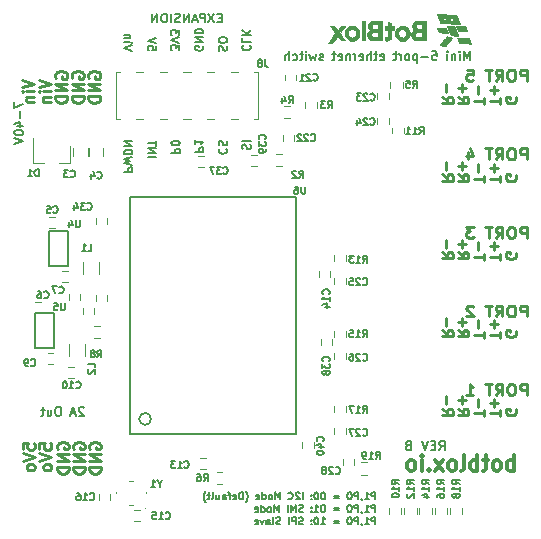
<source format=gbr>
G04 #@! TF.GenerationSoftware,KiCad,Pcbnew,(5.1.0-0)*
G04 #@! TF.CreationDate,2019-06-27T12:49:36+09:00*
G04 #@! TF.ProjectId,SwitchBlox,53776974-6368-4426-9c6f-782e6b696361,rev?*
G04 #@! TF.SameCoordinates,Original*
G04 #@! TF.FileFunction,Legend,Bot*
G04 #@! TF.FilePolarity,Positive*
%FSLAX46Y46*%
G04 Gerber Fmt 4.6, Leading zero omitted, Abs format (unit mm)*
G04 Created by KiCad (PCBNEW (5.1.0-0)) date 2019-06-27 12:49:36*
%MOMM*%
%LPD*%
G04 APERTURE LIST*
%ADD10C,0.150000*%
%ADD11C,0.175000*%
%ADD12C,0.250000*%
%ADD13C,0.187500*%
%ADD14C,0.325000*%
%ADD15C,0.200000*%
%ADD16C,0.225000*%
%ADD17C,0.120000*%
%ADD18C,0.100000*%
%ADD19C,0.010000*%
G04 APERTURE END LIST*
D10*
X160002535Y-111164321D02*
X160002535Y-110564321D01*
X159773964Y-110564321D01*
X159716821Y-110592893D01*
X159688250Y-110621464D01*
X159659678Y-110678607D01*
X159659678Y-110764321D01*
X159688250Y-110821464D01*
X159716821Y-110850035D01*
X159773964Y-110878607D01*
X160002535Y-110878607D01*
X159088250Y-111164321D02*
X159431107Y-111164321D01*
X159259678Y-111164321D02*
X159259678Y-110564321D01*
X159316821Y-110650035D01*
X159373964Y-110707178D01*
X159431107Y-110735750D01*
X158802535Y-111135750D02*
X158802535Y-111164321D01*
X158831107Y-111221464D01*
X158859678Y-111250035D01*
X158545393Y-111164321D02*
X158545393Y-110564321D01*
X158316821Y-110564321D01*
X158259678Y-110592893D01*
X158231107Y-110621464D01*
X158202535Y-110678607D01*
X158202535Y-110764321D01*
X158231107Y-110821464D01*
X158259678Y-110850035D01*
X158316821Y-110878607D01*
X158545393Y-110878607D01*
X157831107Y-110564321D02*
X157773964Y-110564321D01*
X157716821Y-110592893D01*
X157688250Y-110621464D01*
X157659678Y-110678607D01*
X157631107Y-110792893D01*
X157631107Y-110935750D01*
X157659678Y-111050035D01*
X157688250Y-111107178D01*
X157716821Y-111135750D01*
X157773964Y-111164321D01*
X157831107Y-111164321D01*
X157888250Y-111135750D01*
X157916821Y-111107178D01*
X157945393Y-111050035D01*
X157973964Y-110935750D01*
X157973964Y-110792893D01*
X157945393Y-110678607D01*
X157916821Y-110621464D01*
X157888250Y-110592893D01*
X157831107Y-110564321D01*
X156916821Y-110850035D02*
X156459678Y-110850035D01*
X156459678Y-111021464D02*
X156916821Y-111021464D01*
X155602535Y-110564321D02*
X155545393Y-110564321D01*
X155488250Y-110592893D01*
X155459678Y-110621464D01*
X155431107Y-110678607D01*
X155402535Y-110792893D01*
X155402535Y-110935750D01*
X155431107Y-111050035D01*
X155459678Y-111107178D01*
X155488250Y-111135750D01*
X155545393Y-111164321D01*
X155602535Y-111164321D01*
X155659678Y-111135750D01*
X155688250Y-111107178D01*
X155716821Y-111050035D01*
X155745393Y-110935750D01*
X155745393Y-110792893D01*
X155716821Y-110678607D01*
X155688250Y-110621464D01*
X155659678Y-110592893D01*
X155602535Y-110564321D01*
X155031107Y-110564321D02*
X154973964Y-110564321D01*
X154916821Y-110592893D01*
X154888250Y-110621464D01*
X154859678Y-110678607D01*
X154831107Y-110792893D01*
X154831107Y-110935750D01*
X154859678Y-111050035D01*
X154888250Y-111107178D01*
X154916821Y-111135750D01*
X154973964Y-111164321D01*
X155031107Y-111164321D01*
X155088250Y-111135750D01*
X155116821Y-111107178D01*
X155145393Y-111050035D01*
X155173964Y-110935750D01*
X155173964Y-110792893D01*
X155145393Y-110678607D01*
X155116821Y-110621464D01*
X155088250Y-110592893D01*
X155031107Y-110564321D01*
X154573964Y-111107178D02*
X154545393Y-111135750D01*
X154573964Y-111164321D01*
X154602535Y-111135750D01*
X154573964Y-111107178D01*
X154573964Y-111164321D01*
X154573964Y-110792893D02*
X154545393Y-110821464D01*
X154573964Y-110850035D01*
X154602535Y-110821464D01*
X154573964Y-110792893D01*
X154573964Y-110850035D01*
X153831107Y-111164321D02*
X153831107Y-110564321D01*
X153573964Y-110621464D02*
X153545393Y-110592893D01*
X153488250Y-110564321D01*
X153345393Y-110564321D01*
X153288250Y-110592893D01*
X153259678Y-110621464D01*
X153231107Y-110678607D01*
X153231107Y-110735750D01*
X153259678Y-110821464D01*
X153602535Y-111164321D01*
X153231107Y-111164321D01*
X152631107Y-111107178D02*
X152659678Y-111135750D01*
X152745393Y-111164321D01*
X152802535Y-111164321D01*
X152888250Y-111135750D01*
X152945393Y-111078607D01*
X152973964Y-111021464D01*
X153002535Y-110907178D01*
X153002535Y-110821464D01*
X152973964Y-110707178D01*
X152945393Y-110650035D01*
X152888250Y-110592893D01*
X152802535Y-110564321D01*
X152745393Y-110564321D01*
X152659678Y-110592893D01*
X152631107Y-110621464D01*
X151916821Y-111164321D02*
X151916821Y-110564321D01*
X151716821Y-110992893D01*
X151516821Y-110564321D01*
X151516821Y-111164321D01*
X151145393Y-111164321D02*
X151202535Y-111135750D01*
X151231107Y-111107178D01*
X151259678Y-111050035D01*
X151259678Y-110878607D01*
X151231107Y-110821464D01*
X151202535Y-110792893D01*
X151145393Y-110764321D01*
X151059678Y-110764321D01*
X151002535Y-110792893D01*
X150973964Y-110821464D01*
X150945393Y-110878607D01*
X150945393Y-111050035D01*
X150973964Y-111107178D01*
X151002535Y-111135750D01*
X151059678Y-111164321D01*
X151145393Y-111164321D01*
X150431107Y-111164321D02*
X150431107Y-110564321D01*
X150431107Y-111135750D02*
X150488250Y-111164321D01*
X150602535Y-111164321D01*
X150659678Y-111135750D01*
X150688250Y-111107178D01*
X150716821Y-111050035D01*
X150716821Y-110878607D01*
X150688250Y-110821464D01*
X150659678Y-110792893D01*
X150602535Y-110764321D01*
X150488250Y-110764321D01*
X150431107Y-110792893D01*
X149916821Y-111135750D02*
X149973964Y-111164321D01*
X150088250Y-111164321D01*
X150145393Y-111135750D01*
X150173964Y-111078607D01*
X150173964Y-110850035D01*
X150145393Y-110792893D01*
X150088250Y-110764321D01*
X149973964Y-110764321D01*
X149916821Y-110792893D01*
X149888250Y-110850035D01*
X149888250Y-110907178D01*
X150173964Y-110964321D01*
X149002535Y-111392893D02*
X149031107Y-111364321D01*
X149088250Y-111278607D01*
X149116821Y-111221464D01*
X149145393Y-111135750D01*
X149173964Y-110992893D01*
X149173964Y-110878607D01*
X149145393Y-110735750D01*
X149116821Y-110650035D01*
X149088250Y-110592893D01*
X149031107Y-110507178D01*
X149002535Y-110478607D01*
X148773964Y-111164321D02*
X148773964Y-110564321D01*
X148631107Y-110564321D01*
X148545393Y-110592893D01*
X148488250Y-110650035D01*
X148459678Y-110707178D01*
X148431107Y-110821464D01*
X148431107Y-110907178D01*
X148459678Y-111021464D01*
X148488250Y-111078607D01*
X148545393Y-111135750D01*
X148631107Y-111164321D01*
X148773964Y-111164321D01*
X147945393Y-111135750D02*
X148002535Y-111164321D01*
X148116821Y-111164321D01*
X148173964Y-111135750D01*
X148202535Y-111078607D01*
X148202535Y-110850035D01*
X148173964Y-110792893D01*
X148116821Y-110764321D01*
X148002535Y-110764321D01*
X147945393Y-110792893D01*
X147916821Y-110850035D01*
X147916821Y-110907178D01*
X148202535Y-110964321D01*
X147745393Y-110764321D02*
X147516821Y-110764321D01*
X147659678Y-111164321D02*
X147659678Y-110650035D01*
X147631107Y-110592893D01*
X147573964Y-110564321D01*
X147516821Y-110564321D01*
X147059678Y-111164321D02*
X147059678Y-110850035D01*
X147088250Y-110792893D01*
X147145393Y-110764321D01*
X147259678Y-110764321D01*
X147316821Y-110792893D01*
X147059678Y-111135750D02*
X147116821Y-111164321D01*
X147259678Y-111164321D01*
X147316821Y-111135750D01*
X147345393Y-111078607D01*
X147345393Y-111021464D01*
X147316821Y-110964321D01*
X147259678Y-110935750D01*
X147116821Y-110935750D01*
X147059678Y-110907178D01*
X146516821Y-110764321D02*
X146516821Y-111164321D01*
X146773964Y-110764321D02*
X146773964Y-111078607D01*
X146745393Y-111135750D01*
X146688250Y-111164321D01*
X146602535Y-111164321D01*
X146545393Y-111135750D01*
X146516821Y-111107178D01*
X146145393Y-111164321D02*
X146202535Y-111135750D01*
X146231107Y-111078607D01*
X146231107Y-110564321D01*
X146002535Y-110764321D02*
X145773964Y-110764321D01*
X145916821Y-110564321D02*
X145916821Y-111078607D01*
X145888250Y-111135750D01*
X145831107Y-111164321D01*
X145773964Y-111164321D01*
X145631107Y-111392893D02*
X145602535Y-111364321D01*
X145545393Y-111278607D01*
X145516821Y-111221464D01*
X145488250Y-111135750D01*
X145459678Y-110992893D01*
X145459678Y-110878607D01*
X145488250Y-110735750D01*
X145516821Y-110650035D01*
X145545393Y-110592893D01*
X145602535Y-110507178D01*
X145631107Y-110478607D01*
X160002535Y-112214321D02*
X160002535Y-111614321D01*
X159773964Y-111614321D01*
X159716821Y-111642893D01*
X159688250Y-111671464D01*
X159659678Y-111728607D01*
X159659678Y-111814321D01*
X159688250Y-111871464D01*
X159716821Y-111900035D01*
X159773964Y-111928607D01*
X160002535Y-111928607D01*
X159088250Y-112214321D02*
X159431107Y-112214321D01*
X159259678Y-112214321D02*
X159259678Y-111614321D01*
X159316821Y-111700035D01*
X159373964Y-111757178D01*
X159431107Y-111785750D01*
X158802535Y-112185750D02*
X158802535Y-112214321D01*
X158831107Y-112271464D01*
X158859678Y-112300035D01*
X158545393Y-112214321D02*
X158545393Y-111614321D01*
X158316821Y-111614321D01*
X158259678Y-111642893D01*
X158231107Y-111671464D01*
X158202535Y-111728607D01*
X158202535Y-111814321D01*
X158231107Y-111871464D01*
X158259678Y-111900035D01*
X158316821Y-111928607D01*
X158545393Y-111928607D01*
X157831107Y-111614321D02*
X157773964Y-111614321D01*
X157716821Y-111642893D01*
X157688250Y-111671464D01*
X157659678Y-111728607D01*
X157631107Y-111842893D01*
X157631107Y-111985750D01*
X157659678Y-112100035D01*
X157688250Y-112157178D01*
X157716821Y-112185750D01*
X157773964Y-112214321D01*
X157831107Y-112214321D01*
X157888250Y-112185750D01*
X157916821Y-112157178D01*
X157945393Y-112100035D01*
X157973964Y-111985750D01*
X157973964Y-111842893D01*
X157945393Y-111728607D01*
X157916821Y-111671464D01*
X157888250Y-111642893D01*
X157831107Y-111614321D01*
X156916821Y-111900035D02*
X156459678Y-111900035D01*
X156459678Y-112071464D02*
X156916821Y-112071464D01*
X155602535Y-111614321D02*
X155545393Y-111614321D01*
X155488250Y-111642893D01*
X155459678Y-111671464D01*
X155431107Y-111728607D01*
X155402535Y-111842893D01*
X155402535Y-111985750D01*
X155431107Y-112100035D01*
X155459678Y-112157178D01*
X155488250Y-112185750D01*
X155545393Y-112214321D01*
X155602535Y-112214321D01*
X155659678Y-112185750D01*
X155688250Y-112157178D01*
X155716821Y-112100035D01*
X155745393Y-111985750D01*
X155745393Y-111842893D01*
X155716821Y-111728607D01*
X155688250Y-111671464D01*
X155659678Y-111642893D01*
X155602535Y-111614321D01*
X154831107Y-112214321D02*
X155173964Y-112214321D01*
X155002535Y-112214321D02*
X155002535Y-111614321D01*
X155059678Y-111700035D01*
X155116821Y-111757178D01*
X155173964Y-111785750D01*
X154573964Y-112157178D02*
X154545393Y-112185750D01*
X154573964Y-112214321D01*
X154602535Y-112185750D01*
X154573964Y-112157178D01*
X154573964Y-112214321D01*
X154573964Y-111842893D02*
X154545393Y-111871464D01*
X154573964Y-111900035D01*
X154602535Y-111871464D01*
X154573964Y-111842893D01*
X154573964Y-111900035D01*
X153859678Y-112185750D02*
X153773964Y-112214321D01*
X153631107Y-112214321D01*
X153573964Y-112185750D01*
X153545393Y-112157178D01*
X153516821Y-112100035D01*
X153516821Y-112042893D01*
X153545393Y-111985750D01*
X153573964Y-111957178D01*
X153631107Y-111928607D01*
X153745393Y-111900035D01*
X153802535Y-111871464D01*
X153831107Y-111842893D01*
X153859678Y-111785750D01*
X153859678Y-111728607D01*
X153831107Y-111671464D01*
X153802535Y-111642893D01*
X153745393Y-111614321D01*
X153602535Y-111614321D01*
X153516821Y-111642893D01*
X153259678Y-112214321D02*
X153259678Y-111614321D01*
X153059678Y-112042893D01*
X152859678Y-111614321D01*
X152859678Y-112214321D01*
X152573964Y-112214321D02*
X152573964Y-111614321D01*
X151831107Y-112214321D02*
X151831107Y-111614321D01*
X151631107Y-112042893D01*
X151431107Y-111614321D01*
X151431107Y-112214321D01*
X151059678Y-112214321D02*
X151116821Y-112185750D01*
X151145393Y-112157178D01*
X151173964Y-112100035D01*
X151173964Y-111928607D01*
X151145393Y-111871464D01*
X151116821Y-111842893D01*
X151059678Y-111814321D01*
X150973964Y-111814321D01*
X150916821Y-111842893D01*
X150888250Y-111871464D01*
X150859678Y-111928607D01*
X150859678Y-112100035D01*
X150888250Y-112157178D01*
X150916821Y-112185750D01*
X150973964Y-112214321D01*
X151059678Y-112214321D01*
X150345393Y-112214321D02*
X150345393Y-111614321D01*
X150345393Y-112185750D02*
X150402535Y-112214321D01*
X150516821Y-112214321D01*
X150573964Y-112185750D01*
X150602535Y-112157178D01*
X150631107Y-112100035D01*
X150631107Y-111928607D01*
X150602535Y-111871464D01*
X150573964Y-111842893D01*
X150516821Y-111814321D01*
X150402535Y-111814321D01*
X150345393Y-111842893D01*
X149831107Y-112185750D02*
X149888250Y-112214321D01*
X150002535Y-112214321D01*
X150059678Y-112185750D01*
X150088250Y-112128607D01*
X150088250Y-111900035D01*
X150059678Y-111842893D01*
X150002535Y-111814321D01*
X149888250Y-111814321D01*
X149831107Y-111842893D01*
X149802535Y-111900035D01*
X149802535Y-111957178D01*
X150088250Y-112014321D01*
X160002535Y-113264321D02*
X160002535Y-112664321D01*
X159773964Y-112664321D01*
X159716821Y-112692893D01*
X159688250Y-112721464D01*
X159659678Y-112778607D01*
X159659678Y-112864321D01*
X159688250Y-112921464D01*
X159716821Y-112950035D01*
X159773964Y-112978607D01*
X160002535Y-112978607D01*
X159088250Y-113264321D02*
X159431107Y-113264321D01*
X159259678Y-113264321D02*
X159259678Y-112664321D01*
X159316821Y-112750035D01*
X159373964Y-112807178D01*
X159431107Y-112835750D01*
X158802535Y-113235750D02*
X158802535Y-113264321D01*
X158831107Y-113321464D01*
X158859678Y-113350035D01*
X158545393Y-113264321D02*
X158545393Y-112664321D01*
X158316821Y-112664321D01*
X158259678Y-112692893D01*
X158231107Y-112721464D01*
X158202535Y-112778607D01*
X158202535Y-112864321D01*
X158231107Y-112921464D01*
X158259678Y-112950035D01*
X158316821Y-112978607D01*
X158545393Y-112978607D01*
X157831107Y-112664321D02*
X157773964Y-112664321D01*
X157716821Y-112692893D01*
X157688250Y-112721464D01*
X157659678Y-112778607D01*
X157631107Y-112892893D01*
X157631107Y-113035750D01*
X157659678Y-113150035D01*
X157688250Y-113207178D01*
X157716821Y-113235750D01*
X157773964Y-113264321D01*
X157831107Y-113264321D01*
X157888250Y-113235750D01*
X157916821Y-113207178D01*
X157945393Y-113150035D01*
X157973964Y-113035750D01*
X157973964Y-112892893D01*
X157945393Y-112778607D01*
X157916821Y-112721464D01*
X157888250Y-112692893D01*
X157831107Y-112664321D01*
X156916821Y-112950035D02*
X156459678Y-112950035D01*
X156459678Y-113121464D02*
X156916821Y-113121464D01*
X155402535Y-113264321D02*
X155745393Y-113264321D01*
X155573964Y-113264321D02*
X155573964Y-112664321D01*
X155631107Y-112750035D01*
X155688250Y-112807178D01*
X155745393Y-112835750D01*
X155031107Y-112664321D02*
X154973964Y-112664321D01*
X154916821Y-112692893D01*
X154888250Y-112721464D01*
X154859678Y-112778607D01*
X154831107Y-112892893D01*
X154831107Y-113035750D01*
X154859678Y-113150035D01*
X154888250Y-113207178D01*
X154916821Y-113235750D01*
X154973964Y-113264321D01*
X155031107Y-113264321D01*
X155088250Y-113235750D01*
X155116821Y-113207178D01*
X155145393Y-113150035D01*
X155173964Y-113035750D01*
X155173964Y-112892893D01*
X155145393Y-112778607D01*
X155116821Y-112721464D01*
X155088250Y-112692893D01*
X155031107Y-112664321D01*
X154573964Y-113207178D02*
X154545393Y-113235750D01*
X154573964Y-113264321D01*
X154602535Y-113235750D01*
X154573964Y-113207178D01*
X154573964Y-113264321D01*
X154573964Y-112892893D02*
X154545393Y-112921464D01*
X154573964Y-112950035D01*
X154602535Y-112921464D01*
X154573964Y-112892893D01*
X154573964Y-112950035D01*
X153859678Y-113235750D02*
X153773964Y-113264321D01*
X153631107Y-113264321D01*
X153573964Y-113235750D01*
X153545393Y-113207178D01*
X153516821Y-113150035D01*
X153516821Y-113092893D01*
X153545393Y-113035750D01*
X153573964Y-113007178D01*
X153631107Y-112978607D01*
X153745393Y-112950035D01*
X153802535Y-112921464D01*
X153831107Y-112892893D01*
X153859678Y-112835750D01*
X153859678Y-112778607D01*
X153831107Y-112721464D01*
X153802535Y-112692893D01*
X153745393Y-112664321D01*
X153602535Y-112664321D01*
X153516821Y-112692893D01*
X153259678Y-113264321D02*
X153259678Y-112664321D01*
X153031107Y-112664321D01*
X152973964Y-112692893D01*
X152945393Y-112721464D01*
X152916821Y-112778607D01*
X152916821Y-112864321D01*
X152945393Y-112921464D01*
X152973964Y-112950035D01*
X153031107Y-112978607D01*
X153259678Y-112978607D01*
X152659678Y-113264321D02*
X152659678Y-112664321D01*
X151945393Y-113235750D02*
X151859678Y-113264321D01*
X151716821Y-113264321D01*
X151659678Y-113235750D01*
X151631107Y-113207178D01*
X151602535Y-113150035D01*
X151602535Y-113092893D01*
X151631107Y-113035750D01*
X151659678Y-113007178D01*
X151716821Y-112978607D01*
X151831107Y-112950035D01*
X151888250Y-112921464D01*
X151916821Y-112892893D01*
X151945393Y-112835750D01*
X151945393Y-112778607D01*
X151916821Y-112721464D01*
X151888250Y-112692893D01*
X151831107Y-112664321D01*
X151688250Y-112664321D01*
X151602535Y-112692893D01*
X151259678Y-113264321D02*
X151316821Y-113235750D01*
X151345393Y-113178607D01*
X151345393Y-112664321D01*
X150773964Y-113264321D02*
X150773964Y-112950035D01*
X150802535Y-112892893D01*
X150859678Y-112864321D01*
X150973964Y-112864321D01*
X151031107Y-112892893D01*
X150773964Y-113235750D02*
X150831107Y-113264321D01*
X150973964Y-113264321D01*
X151031107Y-113235750D01*
X151059678Y-113178607D01*
X151059678Y-113121464D01*
X151031107Y-113064321D01*
X150973964Y-113035750D01*
X150831107Y-113035750D01*
X150773964Y-113007178D01*
X150545393Y-112864321D02*
X150402535Y-113264321D01*
X150259678Y-112864321D01*
X149802535Y-113235750D02*
X149859678Y-113264321D01*
X149973964Y-113264321D01*
X150031107Y-113235750D01*
X150059678Y-113178607D01*
X150059678Y-112950035D01*
X150031107Y-112892893D01*
X149973964Y-112864321D01*
X149859678Y-112864321D01*
X149802535Y-112892893D01*
X149773964Y-112950035D01*
X149773964Y-113007178D01*
X150059678Y-113064321D01*
D11*
X148759559Y-81509559D02*
X148726226Y-81409559D01*
X148726226Y-81242893D01*
X148759559Y-81176226D01*
X148792893Y-81142893D01*
X148859559Y-81109559D01*
X148926226Y-81109559D01*
X148992893Y-81142893D01*
X149026226Y-81176226D01*
X149059559Y-81242893D01*
X149092893Y-81376226D01*
X149126226Y-81442893D01*
X149159559Y-81476226D01*
X149226226Y-81509559D01*
X149292893Y-81509559D01*
X149359559Y-81476226D01*
X149392893Y-81442893D01*
X149426226Y-81376226D01*
X149426226Y-81209559D01*
X149392893Y-81109559D01*
X148726226Y-80809559D02*
X149426226Y-80809559D01*
X146792893Y-81459559D02*
X146759559Y-81492893D01*
X146726226Y-81592893D01*
X146726226Y-81659559D01*
X146759559Y-81759559D01*
X146826226Y-81826226D01*
X146892893Y-81859559D01*
X147026226Y-81892893D01*
X147126226Y-81892893D01*
X147259559Y-81859559D01*
X147326226Y-81826226D01*
X147392893Y-81759559D01*
X147426226Y-81659559D01*
X147426226Y-81592893D01*
X147392893Y-81492893D01*
X147359559Y-81459559D01*
X146759559Y-81192893D02*
X146726226Y-81092893D01*
X146726226Y-80926226D01*
X146759559Y-80859559D01*
X146792893Y-80826226D01*
X146859559Y-80792893D01*
X146926226Y-80792893D01*
X146992893Y-80826226D01*
X147026226Y-80859559D01*
X147059559Y-80926226D01*
X147092893Y-81059559D01*
X147126226Y-81126226D01*
X147159559Y-81159559D01*
X147226226Y-81192893D01*
X147292893Y-81192893D01*
X147359559Y-81159559D01*
X147392893Y-81126226D01*
X147426226Y-81059559D01*
X147426226Y-80892893D01*
X147392893Y-80792893D01*
X144726226Y-81759559D02*
X145426226Y-81759559D01*
X145426226Y-81492893D01*
X145392893Y-81426226D01*
X145359559Y-81392893D01*
X145292893Y-81359559D01*
X145192893Y-81359559D01*
X145126226Y-81392893D01*
X145092893Y-81426226D01*
X145059559Y-81492893D01*
X145059559Y-81759559D01*
X144726226Y-80692893D02*
X144726226Y-81092893D01*
X144726226Y-80892893D02*
X145426226Y-80892893D01*
X145326226Y-80959559D01*
X145259559Y-81026226D01*
X145226226Y-81092893D01*
X142726226Y-81859559D02*
X143426226Y-81859559D01*
X143426226Y-81592893D01*
X143392893Y-81526226D01*
X143359559Y-81492893D01*
X143292893Y-81459559D01*
X143192893Y-81459559D01*
X143126226Y-81492893D01*
X143092893Y-81526226D01*
X143059559Y-81592893D01*
X143059559Y-81859559D01*
X143426226Y-81026226D02*
X143426226Y-80959559D01*
X143392893Y-80892893D01*
X143359559Y-80859559D01*
X143292893Y-80826226D01*
X143159559Y-80792893D01*
X142992893Y-80792893D01*
X142859559Y-80826226D01*
X142792893Y-80859559D01*
X142759559Y-80892893D01*
X142726226Y-80959559D01*
X142726226Y-81026226D01*
X142759559Y-81092893D01*
X142792893Y-81126226D01*
X142859559Y-81159559D01*
X142992893Y-81192893D01*
X143159559Y-81192893D01*
X143292893Y-81159559D01*
X143359559Y-81126226D01*
X143392893Y-81092893D01*
X143426226Y-81026226D01*
X140726226Y-82176226D02*
X141426226Y-82176226D01*
X140726226Y-81842893D02*
X141426226Y-81842893D01*
X140726226Y-81442893D01*
X141426226Y-81442893D01*
X141426226Y-81209559D02*
X141426226Y-80809559D01*
X140726226Y-81009559D02*
X141426226Y-81009559D01*
X138726226Y-83442893D02*
X139426226Y-83442893D01*
X139426226Y-83176226D01*
X139392893Y-83109559D01*
X139359559Y-83076226D01*
X139292893Y-83042893D01*
X139192893Y-83042893D01*
X139126226Y-83076226D01*
X139092893Y-83109559D01*
X139059559Y-83176226D01*
X139059559Y-83442893D01*
X139426226Y-82809559D02*
X138726226Y-82642893D01*
X139226226Y-82509559D01*
X138726226Y-82376226D01*
X139426226Y-82209559D01*
X138726226Y-81942893D02*
X139426226Y-81942893D01*
X139426226Y-81776226D01*
X139392893Y-81676226D01*
X139326226Y-81609559D01*
X139259559Y-81576226D01*
X139126226Y-81542893D01*
X139026226Y-81542893D01*
X138892893Y-81576226D01*
X138826226Y-81609559D01*
X138759559Y-81676226D01*
X138726226Y-81776226D01*
X138726226Y-81942893D01*
X138726226Y-81242893D02*
X139426226Y-81242893D01*
X138726226Y-80842893D01*
X139426226Y-80842893D01*
D12*
X133092893Y-106880988D02*
X133045273Y-106785750D01*
X133045273Y-106642893D01*
X133092893Y-106500035D01*
X133188131Y-106404797D01*
X133283369Y-106357178D01*
X133473845Y-106309559D01*
X133616702Y-106309559D01*
X133807178Y-106357178D01*
X133902416Y-106404797D01*
X133997654Y-106500035D01*
X134045273Y-106642893D01*
X134045273Y-106738131D01*
X133997654Y-106880988D01*
X133950035Y-106928607D01*
X133616702Y-106928607D01*
X133616702Y-106738131D01*
X134045273Y-107357178D02*
X133045273Y-107357178D01*
X134045273Y-107928607D01*
X133045273Y-107928607D01*
X134045273Y-108404797D02*
X133045273Y-108404797D01*
X133045273Y-108642893D01*
X133092893Y-108785750D01*
X133188131Y-108880988D01*
X133283369Y-108928607D01*
X133473845Y-108976226D01*
X133616702Y-108976226D01*
X133807178Y-108928607D01*
X133902416Y-108880988D01*
X133997654Y-108785750D01*
X134045273Y-108642893D01*
X134045273Y-108404797D01*
X132942893Y-75480988D02*
X132895273Y-75385750D01*
X132895273Y-75242893D01*
X132942893Y-75100035D01*
X133038131Y-75004797D01*
X133133369Y-74957178D01*
X133323845Y-74909559D01*
X133466702Y-74909559D01*
X133657178Y-74957178D01*
X133752416Y-75004797D01*
X133847654Y-75100035D01*
X133895273Y-75242893D01*
X133895273Y-75338131D01*
X133847654Y-75480988D01*
X133800035Y-75528607D01*
X133466702Y-75528607D01*
X133466702Y-75338131D01*
X133895273Y-75957178D02*
X132895273Y-75957178D01*
X133895273Y-76528607D01*
X132895273Y-76528607D01*
X133895273Y-77004797D02*
X132895273Y-77004797D01*
X132895273Y-77242893D01*
X132942893Y-77385750D01*
X133038131Y-77480988D01*
X133133369Y-77528607D01*
X133323845Y-77576226D01*
X133466702Y-77576226D01*
X133657178Y-77528607D01*
X133752416Y-77480988D01*
X133847654Y-77385750D01*
X133895273Y-77242893D01*
X133895273Y-77004797D01*
D11*
X148792893Y-72709559D02*
X148759559Y-72742893D01*
X148726226Y-72842893D01*
X148726226Y-72909559D01*
X148759559Y-73009559D01*
X148826226Y-73076226D01*
X148892893Y-73109559D01*
X149026226Y-73142893D01*
X149126226Y-73142893D01*
X149259559Y-73109559D01*
X149326226Y-73076226D01*
X149392893Y-73009559D01*
X149426226Y-72909559D01*
X149426226Y-72842893D01*
X149392893Y-72742893D01*
X149359559Y-72709559D01*
X148726226Y-72076226D02*
X148726226Y-72409559D01*
X149426226Y-72409559D01*
X148726226Y-71842893D02*
X149426226Y-71842893D01*
X148726226Y-71442893D02*
X149126226Y-71742893D01*
X149426226Y-71442893D02*
X149026226Y-71842893D01*
X146759559Y-73159559D02*
X146726226Y-73059559D01*
X146726226Y-72892893D01*
X146759559Y-72826226D01*
X146792893Y-72792893D01*
X146859559Y-72759559D01*
X146926226Y-72759559D01*
X146992893Y-72792893D01*
X147026226Y-72826226D01*
X147059559Y-72892893D01*
X147092893Y-73026226D01*
X147126226Y-73092893D01*
X147159559Y-73126226D01*
X147226226Y-73159559D01*
X147292893Y-73159559D01*
X147359559Y-73126226D01*
X147392893Y-73092893D01*
X147426226Y-73026226D01*
X147426226Y-72859559D01*
X147392893Y-72759559D01*
X147426226Y-72326226D02*
X147426226Y-72192893D01*
X147392893Y-72126226D01*
X147326226Y-72059559D01*
X147192893Y-72026226D01*
X146959559Y-72026226D01*
X146826226Y-72059559D01*
X146759559Y-72126226D01*
X146726226Y-72192893D01*
X146726226Y-72326226D01*
X146759559Y-72392893D01*
X146826226Y-72459559D01*
X146959559Y-72492893D01*
X147192893Y-72492893D01*
X147326226Y-72459559D01*
X147392893Y-72392893D01*
X147426226Y-72326226D01*
X143376226Y-73109559D02*
X143376226Y-72676226D01*
X143109559Y-72909559D01*
X143109559Y-72809559D01*
X143076226Y-72742893D01*
X143042893Y-72709559D01*
X142976226Y-72676226D01*
X142809559Y-72676226D01*
X142742893Y-72709559D01*
X142709559Y-72742893D01*
X142676226Y-72809559D01*
X142676226Y-73009559D01*
X142709559Y-73076226D01*
X142742893Y-73109559D01*
X143376226Y-72476226D02*
X142676226Y-72242893D01*
X143376226Y-72009559D01*
X143376226Y-71842893D02*
X143376226Y-71409559D01*
X143109559Y-71642893D01*
X143109559Y-71542893D01*
X143076226Y-71476226D01*
X143042893Y-71442893D01*
X142976226Y-71409559D01*
X142809559Y-71409559D01*
X142742893Y-71442893D01*
X142709559Y-71476226D01*
X142676226Y-71542893D01*
X142676226Y-71742893D01*
X142709559Y-71809559D01*
X142742893Y-71842893D01*
X145392893Y-72776226D02*
X145426226Y-72842893D01*
X145426226Y-72942893D01*
X145392893Y-73042893D01*
X145326226Y-73109559D01*
X145259559Y-73142893D01*
X145126226Y-73176226D01*
X145026226Y-73176226D01*
X144892893Y-73142893D01*
X144826226Y-73109559D01*
X144759559Y-73042893D01*
X144726226Y-72942893D01*
X144726226Y-72876226D01*
X144759559Y-72776226D01*
X144792893Y-72742893D01*
X145026226Y-72742893D01*
X145026226Y-72876226D01*
X144726226Y-72442893D02*
X145426226Y-72442893D01*
X144726226Y-72042893D01*
X145426226Y-72042893D01*
X144726226Y-71709559D02*
X145426226Y-71709559D01*
X145426226Y-71542893D01*
X145392893Y-71442893D01*
X145326226Y-71376226D01*
X145259559Y-71342893D01*
X145126226Y-71309559D01*
X145026226Y-71309559D01*
X144892893Y-71342893D01*
X144826226Y-71376226D01*
X144759559Y-71442893D01*
X144726226Y-71542893D01*
X144726226Y-71709559D01*
X141426226Y-72776226D02*
X141426226Y-73109559D01*
X141092893Y-73142893D01*
X141126226Y-73109559D01*
X141159559Y-73042893D01*
X141159559Y-72876226D01*
X141126226Y-72809559D01*
X141092893Y-72776226D01*
X141026226Y-72742893D01*
X140859559Y-72742893D01*
X140792893Y-72776226D01*
X140759559Y-72809559D01*
X140726226Y-72876226D01*
X140726226Y-73042893D01*
X140759559Y-73109559D01*
X140792893Y-73142893D01*
X141426226Y-72542893D02*
X140726226Y-72309559D01*
X141426226Y-72076226D01*
X139426226Y-73159559D02*
X138726226Y-72926226D01*
X139426226Y-72692893D01*
X138726226Y-72459559D02*
X139192893Y-72459559D01*
X139426226Y-72459559D02*
X139392893Y-72492893D01*
X139359559Y-72459559D01*
X139392893Y-72426226D01*
X139426226Y-72459559D01*
X139359559Y-72459559D01*
X139192893Y-72126226D02*
X138726226Y-72126226D01*
X139126226Y-72126226D02*
X139159559Y-72092893D01*
X139192893Y-72026226D01*
X139192893Y-71926226D01*
X139159559Y-71859559D01*
X139092893Y-71826226D01*
X138726226Y-71826226D01*
D13*
X146971464Y-70389321D02*
X146721464Y-70389321D01*
X146614321Y-70782178D02*
X146971464Y-70782178D01*
X146971464Y-70032178D01*
X146614321Y-70032178D01*
X146364321Y-70032178D02*
X145864321Y-70782178D01*
X145864321Y-70032178D02*
X146364321Y-70782178D01*
X145578607Y-70782178D02*
X145578607Y-70032178D01*
X145292893Y-70032178D01*
X145221464Y-70067893D01*
X145185750Y-70103607D01*
X145150035Y-70175035D01*
X145150035Y-70282178D01*
X145185750Y-70353607D01*
X145221464Y-70389321D01*
X145292893Y-70425035D01*
X145578607Y-70425035D01*
X144864321Y-70567893D02*
X144507178Y-70567893D01*
X144935750Y-70782178D02*
X144685750Y-70032178D01*
X144435750Y-70782178D01*
X144185750Y-70782178D02*
X144185750Y-70032178D01*
X143757178Y-70782178D01*
X143757178Y-70032178D01*
X143435750Y-70746464D02*
X143328607Y-70782178D01*
X143150035Y-70782178D01*
X143078607Y-70746464D01*
X143042893Y-70710750D01*
X143007178Y-70639321D01*
X143007178Y-70567893D01*
X143042893Y-70496464D01*
X143078607Y-70460750D01*
X143150035Y-70425035D01*
X143292893Y-70389321D01*
X143364321Y-70353607D01*
X143400035Y-70317893D01*
X143435750Y-70246464D01*
X143435750Y-70175035D01*
X143400035Y-70103607D01*
X143364321Y-70067893D01*
X143292893Y-70032178D01*
X143114321Y-70032178D01*
X143007178Y-70067893D01*
X142685750Y-70782178D02*
X142685750Y-70032178D01*
X142185750Y-70032178D02*
X142042893Y-70032178D01*
X141971464Y-70067893D01*
X141900035Y-70139321D01*
X141864321Y-70282178D01*
X141864321Y-70532178D01*
X141900035Y-70675035D01*
X141971464Y-70746464D01*
X142042893Y-70782178D01*
X142185750Y-70782178D01*
X142257178Y-70746464D01*
X142328607Y-70675035D01*
X142364321Y-70532178D01*
X142364321Y-70282178D01*
X142328607Y-70139321D01*
X142257178Y-70067893D01*
X142185750Y-70032178D01*
X141542893Y-70782178D02*
X141542893Y-70032178D01*
X141114321Y-70782178D01*
X141114321Y-70032178D01*
D12*
X135792893Y-106880988D02*
X135745273Y-106785750D01*
X135745273Y-106642893D01*
X135792893Y-106500035D01*
X135888131Y-106404797D01*
X135983369Y-106357178D01*
X136173845Y-106309559D01*
X136316702Y-106309559D01*
X136507178Y-106357178D01*
X136602416Y-106404797D01*
X136697654Y-106500035D01*
X136745273Y-106642893D01*
X136745273Y-106738131D01*
X136697654Y-106880988D01*
X136650035Y-106928607D01*
X136316702Y-106928607D01*
X136316702Y-106738131D01*
X136745273Y-107357178D02*
X135745273Y-107357178D01*
X136745273Y-107928607D01*
X135745273Y-107928607D01*
X136745273Y-108404797D02*
X135745273Y-108404797D01*
X135745273Y-108642893D01*
X135792893Y-108785750D01*
X135888131Y-108880988D01*
X135983369Y-108928607D01*
X136173845Y-108976226D01*
X136316702Y-108976226D01*
X136507178Y-108928607D01*
X136602416Y-108880988D01*
X136697654Y-108785750D01*
X136745273Y-108642893D01*
X136745273Y-108404797D01*
X131545273Y-106900035D02*
X131545273Y-106423845D01*
X132021464Y-106376226D01*
X131973845Y-106423845D01*
X131926226Y-106519083D01*
X131926226Y-106757178D01*
X131973845Y-106852416D01*
X132021464Y-106900035D01*
X132116702Y-106947654D01*
X132354797Y-106947654D01*
X132450035Y-106900035D01*
X132497654Y-106852416D01*
X132545273Y-106757178D01*
X132545273Y-106519083D01*
X132497654Y-106423845D01*
X132450035Y-106376226D01*
X131545273Y-107233369D02*
X132545273Y-107566702D01*
X131545273Y-107900035D01*
X132545273Y-108376226D02*
X132497654Y-108280988D01*
X132450035Y-108233369D01*
X132354797Y-108185750D01*
X132069083Y-108185750D01*
X131973845Y-108233369D01*
X131926226Y-108280988D01*
X131878607Y-108376226D01*
X131878607Y-108519083D01*
X131926226Y-108614321D01*
X131973845Y-108661940D01*
X132069083Y-108709559D01*
X132354797Y-108709559D01*
X132450035Y-108661940D01*
X132497654Y-108614321D01*
X132545273Y-108519083D01*
X132545273Y-108376226D01*
X135742893Y-75480988D02*
X135695273Y-75385750D01*
X135695273Y-75242893D01*
X135742893Y-75100035D01*
X135838131Y-75004797D01*
X135933369Y-74957178D01*
X136123845Y-74909559D01*
X136266702Y-74909559D01*
X136457178Y-74957178D01*
X136552416Y-75004797D01*
X136647654Y-75100035D01*
X136695273Y-75242893D01*
X136695273Y-75338131D01*
X136647654Y-75480988D01*
X136600035Y-75528607D01*
X136266702Y-75528607D01*
X136266702Y-75338131D01*
X136695273Y-75957178D02*
X135695273Y-75957178D01*
X136695273Y-76528607D01*
X135695273Y-76528607D01*
X136695273Y-77004797D02*
X135695273Y-77004797D01*
X135695273Y-77242893D01*
X135742893Y-77385750D01*
X135838131Y-77480988D01*
X135933369Y-77528607D01*
X136123845Y-77576226D01*
X136266702Y-77576226D01*
X136457178Y-77528607D01*
X136552416Y-77480988D01*
X136647654Y-77385750D01*
X136695273Y-77242893D01*
X136695273Y-77004797D01*
X131495273Y-75619083D02*
X132495273Y-75952416D01*
X131495273Y-76285750D01*
X132495273Y-76619083D02*
X131828607Y-76619083D01*
X131495273Y-76619083D02*
X131542893Y-76571464D01*
X131590512Y-76619083D01*
X131542893Y-76666702D01*
X131495273Y-76619083D01*
X131590512Y-76619083D01*
X131828607Y-77095273D02*
X132495273Y-77095273D01*
X131923845Y-77095273D02*
X131876226Y-77142893D01*
X131828607Y-77238131D01*
X131828607Y-77380988D01*
X131876226Y-77476226D01*
X131971464Y-77523845D01*
X132495273Y-77523845D01*
D14*
X171730988Y-108730988D02*
X171730988Y-107430988D01*
X171730988Y-107926226D02*
X171607178Y-107864321D01*
X171359559Y-107864321D01*
X171235750Y-107926226D01*
X171173845Y-107988131D01*
X171111940Y-108111940D01*
X171111940Y-108483369D01*
X171173845Y-108607178D01*
X171235750Y-108669083D01*
X171359559Y-108730988D01*
X171607178Y-108730988D01*
X171730988Y-108669083D01*
X170369083Y-108730988D02*
X170492893Y-108669083D01*
X170554797Y-108607178D01*
X170616702Y-108483369D01*
X170616702Y-108111940D01*
X170554797Y-107988131D01*
X170492893Y-107926226D01*
X170369083Y-107864321D01*
X170183369Y-107864321D01*
X170059559Y-107926226D01*
X169997654Y-107988131D01*
X169935750Y-108111940D01*
X169935750Y-108483369D01*
X169997654Y-108607178D01*
X170059559Y-108669083D01*
X170183369Y-108730988D01*
X170369083Y-108730988D01*
X169564321Y-107864321D02*
X169069083Y-107864321D01*
X169378607Y-107430988D02*
X169378607Y-108545273D01*
X169316702Y-108669083D01*
X169192893Y-108730988D01*
X169069083Y-108730988D01*
X168635750Y-108730988D02*
X168635750Y-107430988D01*
X168635750Y-107926226D02*
X168511940Y-107864321D01*
X168264321Y-107864321D01*
X168140512Y-107926226D01*
X168078607Y-107988131D01*
X168016702Y-108111940D01*
X168016702Y-108483369D01*
X168078607Y-108607178D01*
X168140512Y-108669083D01*
X168264321Y-108730988D01*
X168511940Y-108730988D01*
X168635750Y-108669083D01*
X167273845Y-108730988D02*
X167397654Y-108669083D01*
X167459559Y-108545273D01*
X167459559Y-107430988D01*
X166592893Y-108730988D02*
X166716702Y-108669083D01*
X166778607Y-108607178D01*
X166840512Y-108483369D01*
X166840512Y-108111940D01*
X166778607Y-107988131D01*
X166716702Y-107926226D01*
X166592893Y-107864321D01*
X166407178Y-107864321D01*
X166283369Y-107926226D01*
X166221464Y-107988131D01*
X166159559Y-108111940D01*
X166159559Y-108483369D01*
X166221464Y-108607178D01*
X166283369Y-108669083D01*
X166407178Y-108730988D01*
X166592893Y-108730988D01*
X165726226Y-108730988D02*
X165045273Y-107864321D01*
X165726226Y-107864321D02*
X165045273Y-108730988D01*
X164550035Y-108607178D02*
X164488131Y-108669083D01*
X164550035Y-108730988D01*
X164611940Y-108669083D01*
X164550035Y-108607178D01*
X164550035Y-108730988D01*
X163930988Y-108730988D02*
X163930988Y-107864321D01*
X163930988Y-107430988D02*
X163992893Y-107492893D01*
X163930988Y-107554797D01*
X163869083Y-107492893D01*
X163930988Y-107430988D01*
X163930988Y-107554797D01*
X163126226Y-108730988D02*
X163250035Y-108669083D01*
X163311940Y-108607178D01*
X163373845Y-108483369D01*
X163373845Y-108111940D01*
X163311940Y-107988131D01*
X163250035Y-107926226D01*
X163126226Y-107864321D01*
X162940512Y-107864321D01*
X162816702Y-107926226D01*
X162754797Y-107988131D01*
X162692893Y-108111940D01*
X162692893Y-108483369D01*
X162754797Y-108607178D01*
X162816702Y-108669083D01*
X162940512Y-108730988D01*
X163126226Y-108730988D01*
D11*
X167983571Y-73982178D02*
X167983571Y-73232178D01*
X167733571Y-73767893D01*
X167483571Y-73232178D01*
X167483571Y-73982178D01*
X167126428Y-73982178D02*
X167126428Y-73482178D01*
X167126428Y-73232178D02*
X167162142Y-73267893D01*
X167126428Y-73303607D01*
X167090714Y-73267893D01*
X167126428Y-73232178D01*
X167126428Y-73303607D01*
X166769285Y-73482178D02*
X166769285Y-73982178D01*
X166769285Y-73553607D02*
X166733571Y-73517893D01*
X166662142Y-73482178D01*
X166555000Y-73482178D01*
X166483571Y-73517893D01*
X166447857Y-73589321D01*
X166447857Y-73982178D01*
X166090714Y-73982178D02*
X166090714Y-73482178D01*
X166090714Y-73232178D02*
X166126428Y-73267893D01*
X166090714Y-73303607D01*
X166055000Y-73267893D01*
X166090714Y-73232178D01*
X166090714Y-73303607D01*
X164805000Y-73232178D02*
X165162142Y-73232178D01*
X165197857Y-73589321D01*
X165162142Y-73553607D01*
X165090714Y-73517893D01*
X164912142Y-73517893D01*
X164840714Y-73553607D01*
X164805000Y-73589321D01*
X164769285Y-73660750D01*
X164769285Y-73839321D01*
X164805000Y-73910750D01*
X164840714Y-73946464D01*
X164912142Y-73982178D01*
X165090714Y-73982178D01*
X165162142Y-73946464D01*
X165197857Y-73910750D01*
X164447857Y-73696464D02*
X163876428Y-73696464D01*
X163519285Y-73482178D02*
X163519285Y-74232178D01*
X163519285Y-73517893D02*
X163447857Y-73482178D01*
X163305000Y-73482178D01*
X163233571Y-73517893D01*
X163197857Y-73553607D01*
X163162142Y-73625035D01*
X163162142Y-73839321D01*
X163197857Y-73910750D01*
X163233571Y-73946464D01*
X163305000Y-73982178D01*
X163447857Y-73982178D01*
X163519285Y-73946464D01*
X162733571Y-73982178D02*
X162805000Y-73946464D01*
X162840714Y-73910750D01*
X162876428Y-73839321D01*
X162876428Y-73625035D01*
X162840714Y-73553607D01*
X162805000Y-73517893D01*
X162733571Y-73482178D01*
X162626428Y-73482178D01*
X162555000Y-73517893D01*
X162519285Y-73553607D01*
X162483571Y-73625035D01*
X162483571Y-73839321D01*
X162519285Y-73910750D01*
X162555000Y-73946464D01*
X162626428Y-73982178D01*
X162733571Y-73982178D01*
X162162142Y-73982178D02*
X162162142Y-73482178D01*
X162162142Y-73625035D02*
X162126428Y-73553607D01*
X162090714Y-73517893D01*
X162019285Y-73482178D01*
X161947857Y-73482178D01*
X161805000Y-73482178D02*
X161519285Y-73482178D01*
X161697857Y-73232178D02*
X161697857Y-73875035D01*
X161662142Y-73946464D01*
X161590714Y-73982178D01*
X161519285Y-73982178D01*
X160412142Y-73946464D02*
X160483571Y-73982178D01*
X160626428Y-73982178D01*
X160697857Y-73946464D01*
X160733571Y-73875035D01*
X160733571Y-73589321D01*
X160697857Y-73517893D01*
X160626428Y-73482178D01*
X160483571Y-73482178D01*
X160412142Y-73517893D01*
X160376428Y-73589321D01*
X160376428Y-73660750D01*
X160733571Y-73732178D01*
X160162142Y-73482178D02*
X159876428Y-73482178D01*
X160055000Y-73232178D02*
X160055000Y-73875035D01*
X160019285Y-73946464D01*
X159947857Y-73982178D01*
X159876428Y-73982178D01*
X159626428Y-73982178D02*
X159626428Y-73232178D01*
X159305000Y-73982178D02*
X159305000Y-73589321D01*
X159340714Y-73517893D01*
X159412142Y-73482178D01*
X159519285Y-73482178D01*
X159590714Y-73517893D01*
X159626428Y-73553607D01*
X158662142Y-73946464D02*
X158733571Y-73982178D01*
X158876428Y-73982178D01*
X158947857Y-73946464D01*
X158983571Y-73875035D01*
X158983571Y-73589321D01*
X158947857Y-73517893D01*
X158876428Y-73482178D01*
X158733571Y-73482178D01*
X158662142Y-73517893D01*
X158626428Y-73589321D01*
X158626428Y-73660750D01*
X158983571Y-73732178D01*
X158305000Y-73982178D02*
X158305000Y-73482178D01*
X158305000Y-73625035D02*
X158269285Y-73553607D01*
X158233571Y-73517893D01*
X158162142Y-73482178D01*
X158090714Y-73482178D01*
X157840714Y-73482178D02*
X157840714Y-73982178D01*
X157840714Y-73553607D02*
X157805000Y-73517893D01*
X157733571Y-73482178D01*
X157626428Y-73482178D01*
X157555000Y-73517893D01*
X157519285Y-73589321D01*
X157519285Y-73982178D01*
X156876428Y-73946464D02*
X156947857Y-73982178D01*
X157090714Y-73982178D01*
X157162142Y-73946464D01*
X157197857Y-73875035D01*
X157197857Y-73589321D01*
X157162142Y-73517893D01*
X157090714Y-73482178D01*
X156947857Y-73482178D01*
X156876428Y-73517893D01*
X156840714Y-73589321D01*
X156840714Y-73660750D01*
X157197857Y-73732178D01*
X156626428Y-73482178D02*
X156340714Y-73482178D01*
X156519285Y-73232178D02*
X156519285Y-73875035D01*
X156483571Y-73946464D01*
X156412142Y-73982178D01*
X156340714Y-73982178D01*
X155555000Y-73946464D02*
X155483571Y-73982178D01*
X155340714Y-73982178D01*
X155269285Y-73946464D01*
X155233571Y-73875035D01*
X155233571Y-73839321D01*
X155269285Y-73767893D01*
X155340714Y-73732178D01*
X155447857Y-73732178D01*
X155519285Y-73696464D01*
X155555000Y-73625035D01*
X155555000Y-73589321D01*
X155519285Y-73517893D01*
X155447857Y-73482178D01*
X155340714Y-73482178D01*
X155269285Y-73517893D01*
X154983571Y-73482178D02*
X154840714Y-73982178D01*
X154697857Y-73625035D01*
X154555000Y-73982178D01*
X154412142Y-73482178D01*
X154126428Y-73982178D02*
X154126428Y-73482178D01*
X154126428Y-73232178D02*
X154162142Y-73267893D01*
X154126428Y-73303607D01*
X154090714Y-73267893D01*
X154126428Y-73232178D01*
X154126428Y-73303607D01*
X153876428Y-73482178D02*
X153590714Y-73482178D01*
X153769285Y-73232178D02*
X153769285Y-73875035D01*
X153733571Y-73946464D01*
X153662142Y-73982178D01*
X153590714Y-73982178D01*
X153019285Y-73946464D02*
X153090714Y-73982178D01*
X153233571Y-73982178D01*
X153305000Y-73946464D01*
X153340714Y-73910750D01*
X153376428Y-73839321D01*
X153376428Y-73625035D01*
X153340714Y-73553607D01*
X153305000Y-73517893D01*
X153233571Y-73482178D01*
X153090714Y-73482178D01*
X153019285Y-73517893D01*
X152697857Y-73982178D02*
X152697857Y-73232178D01*
X152376428Y-73982178D02*
X152376428Y-73589321D01*
X152412142Y-73517893D01*
X152483571Y-73482178D01*
X152590714Y-73482178D01*
X152662142Y-73517893D01*
X152697857Y-73553607D01*
D15*
X165404797Y-107004797D02*
X165671464Y-106623845D01*
X165861940Y-107004797D02*
X165861940Y-106204797D01*
X165557178Y-106204797D01*
X165480988Y-106242893D01*
X165442893Y-106280988D01*
X165404797Y-106357178D01*
X165404797Y-106471464D01*
X165442893Y-106547654D01*
X165480988Y-106585750D01*
X165557178Y-106623845D01*
X165861940Y-106623845D01*
X165061940Y-106585750D02*
X164795273Y-106585750D01*
X164680988Y-107004797D02*
X165061940Y-107004797D01*
X165061940Y-106204797D01*
X164680988Y-106204797D01*
X164452416Y-106204797D02*
X164185750Y-107004797D01*
X163919083Y-106204797D01*
X162776226Y-106585750D02*
X162661940Y-106623845D01*
X162623845Y-106661940D01*
X162585750Y-106738131D01*
X162585750Y-106852416D01*
X162623845Y-106928607D01*
X162661940Y-106966702D01*
X162738131Y-107004797D01*
X163042893Y-107004797D01*
X163042893Y-106204797D01*
X162776226Y-106204797D01*
X162700035Y-106242893D01*
X162661940Y-106280988D01*
X162623845Y-106357178D01*
X162623845Y-106433369D01*
X162661940Y-106509559D01*
X162700035Y-106547654D01*
X162776226Y-106585750D01*
X163042893Y-106585750D01*
D16*
X172793809Y-75697142D02*
X172793809Y-74797142D01*
X172412857Y-74797142D01*
X172317619Y-74840000D01*
X172270000Y-74882857D01*
X172222380Y-74968571D01*
X172222380Y-75097142D01*
X172270000Y-75182857D01*
X172317619Y-75225714D01*
X172412857Y-75268571D01*
X172793809Y-75268571D01*
X171603333Y-74797142D02*
X171412857Y-74797142D01*
X171317619Y-74840000D01*
X171222380Y-74925714D01*
X171174761Y-75097142D01*
X171174761Y-75397142D01*
X171222380Y-75568571D01*
X171317619Y-75654285D01*
X171412857Y-75697142D01*
X171603333Y-75697142D01*
X171698571Y-75654285D01*
X171793809Y-75568571D01*
X171841428Y-75397142D01*
X171841428Y-75097142D01*
X171793809Y-74925714D01*
X171698571Y-74840000D01*
X171603333Y-74797142D01*
X170174761Y-75697142D02*
X170508095Y-75268571D01*
X170746190Y-75697142D02*
X170746190Y-74797142D01*
X170365238Y-74797142D01*
X170270000Y-74840000D01*
X170222380Y-74882857D01*
X170174761Y-74968571D01*
X170174761Y-75097142D01*
X170222380Y-75182857D01*
X170270000Y-75225714D01*
X170365238Y-75268571D01*
X170746190Y-75268571D01*
X169889047Y-74797142D02*
X169317619Y-74797142D01*
X169603333Y-75697142D02*
X169603333Y-74797142D01*
X167746190Y-74797142D02*
X168222380Y-74797142D01*
X168270000Y-75225714D01*
X168222380Y-75182857D01*
X168127142Y-75140000D01*
X167889047Y-75140000D01*
X167793809Y-75182857D01*
X167746190Y-75225714D01*
X167698571Y-75311428D01*
X167698571Y-75525714D01*
X167746190Y-75611428D01*
X167793809Y-75654285D01*
X167889047Y-75697142D01*
X168127142Y-75697142D01*
X168222380Y-75654285D01*
X168270000Y-75611428D01*
X172793809Y-82347142D02*
X172793809Y-81447142D01*
X172412857Y-81447142D01*
X172317619Y-81490000D01*
X172270000Y-81532857D01*
X172222380Y-81618571D01*
X172222380Y-81747142D01*
X172270000Y-81832857D01*
X172317619Y-81875714D01*
X172412857Y-81918571D01*
X172793809Y-81918571D01*
X171603333Y-81447142D02*
X171412857Y-81447142D01*
X171317619Y-81490000D01*
X171222380Y-81575714D01*
X171174761Y-81747142D01*
X171174761Y-82047142D01*
X171222380Y-82218571D01*
X171317619Y-82304285D01*
X171412857Y-82347142D01*
X171603333Y-82347142D01*
X171698571Y-82304285D01*
X171793809Y-82218571D01*
X171841428Y-82047142D01*
X171841428Y-81747142D01*
X171793809Y-81575714D01*
X171698571Y-81490000D01*
X171603333Y-81447142D01*
X170174761Y-82347142D02*
X170508095Y-81918571D01*
X170746190Y-82347142D02*
X170746190Y-81447142D01*
X170365238Y-81447142D01*
X170270000Y-81490000D01*
X170222380Y-81532857D01*
X170174761Y-81618571D01*
X170174761Y-81747142D01*
X170222380Y-81832857D01*
X170270000Y-81875714D01*
X170365238Y-81918571D01*
X170746190Y-81918571D01*
X169889047Y-81447142D02*
X169317619Y-81447142D01*
X169603333Y-82347142D02*
X169603333Y-81447142D01*
X167793809Y-81747142D02*
X167793809Y-82347142D01*
X168031904Y-81404285D02*
X168270000Y-82047142D01*
X167650952Y-82047142D01*
X172793809Y-88997142D02*
X172793809Y-88097142D01*
X172412857Y-88097142D01*
X172317619Y-88140000D01*
X172270000Y-88182857D01*
X172222380Y-88268571D01*
X172222380Y-88397142D01*
X172270000Y-88482857D01*
X172317619Y-88525714D01*
X172412857Y-88568571D01*
X172793809Y-88568571D01*
X171603333Y-88097142D02*
X171412857Y-88097142D01*
X171317619Y-88140000D01*
X171222380Y-88225714D01*
X171174761Y-88397142D01*
X171174761Y-88697142D01*
X171222380Y-88868571D01*
X171317619Y-88954285D01*
X171412857Y-88997142D01*
X171603333Y-88997142D01*
X171698571Y-88954285D01*
X171793809Y-88868571D01*
X171841428Y-88697142D01*
X171841428Y-88397142D01*
X171793809Y-88225714D01*
X171698571Y-88140000D01*
X171603333Y-88097142D01*
X170174761Y-88997142D02*
X170508095Y-88568571D01*
X170746190Y-88997142D02*
X170746190Y-88097142D01*
X170365238Y-88097142D01*
X170270000Y-88140000D01*
X170222380Y-88182857D01*
X170174761Y-88268571D01*
X170174761Y-88397142D01*
X170222380Y-88482857D01*
X170270000Y-88525714D01*
X170365238Y-88568571D01*
X170746190Y-88568571D01*
X169889047Y-88097142D02*
X169317619Y-88097142D01*
X169603333Y-88997142D02*
X169603333Y-88097142D01*
X168317619Y-88097142D02*
X167698571Y-88097142D01*
X168031904Y-88440000D01*
X167889047Y-88440000D01*
X167793809Y-88482857D01*
X167746190Y-88525714D01*
X167698571Y-88611428D01*
X167698571Y-88825714D01*
X167746190Y-88911428D01*
X167793809Y-88954285D01*
X167889047Y-88997142D01*
X168174761Y-88997142D01*
X168270000Y-88954285D01*
X168317619Y-88911428D01*
X172793809Y-95647142D02*
X172793809Y-94747142D01*
X172412857Y-94747142D01*
X172317619Y-94790000D01*
X172270000Y-94832857D01*
X172222380Y-94918571D01*
X172222380Y-95047142D01*
X172270000Y-95132857D01*
X172317619Y-95175714D01*
X172412857Y-95218571D01*
X172793809Y-95218571D01*
X171603333Y-94747142D02*
X171412857Y-94747142D01*
X171317619Y-94790000D01*
X171222380Y-94875714D01*
X171174761Y-95047142D01*
X171174761Y-95347142D01*
X171222380Y-95518571D01*
X171317619Y-95604285D01*
X171412857Y-95647142D01*
X171603333Y-95647142D01*
X171698571Y-95604285D01*
X171793809Y-95518571D01*
X171841428Y-95347142D01*
X171841428Y-95047142D01*
X171793809Y-94875714D01*
X171698571Y-94790000D01*
X171603333Y-94747142D01*
X170174761Y-95647142D02*
X170508095Y-95218571D01*
X170746190Y-95647142D02*
X170746190Y-94747142D01*
X170365238Y-94747142D01*
X170270000Y-94790000D01*
X170222380Y-94832857D01*
X170174761Y-94918571D01*
X170174761Y-95047142D01*
X170222380Y-95132857D01*
X170270000Y-95175714D01*
X170365238Y-95218571D01*
X170746190Y-95218571D01*
X169889047Y-94747142D02*
X169317619Y-94747142D01*
X169603333Y-95647142D02*
X169603333Y-94747142D01*
X168270000Y-94832857D02*
X168222380Y-94790000D01*
X168127142Y-94747142D01*
X167889047Y-94747142D01*
X167793809Y-94790000D01*
X167746190Y-94832857D01*
X167698571Y-94918571D01*
X167698571Y-95004285D01*
X167746190Y-95132857D01*
X168317619Y-95647142D01*
X167698571Y-95647142D01*
X172793809Y-102297142D02*
X172793809Y-101397142D01*
X172412857Y-101397142D01*
X172317619Y-101440000D01*
X172270000Y-101482857D01*
X172222380Y-101568571D01*
X172222380Y-101697142D01*
X172270000Y-101782857D01*
X172317619Y-101825714D01*
X172412857Y-101868571D01*
X172793809Y-101868571D01*
X171603333Y-101397142D02*
X171412857Y-101397142D01*
X171317619Y-101440000D01*
X171222380Y-101525714D01*
X171174761Y-101697142D01*
X171174761Y-101997142D01*
X171222380Y-102168571D01*
X171317619Y-102254285D01*
X171412857Y-102297142D01*
X171603333Y-102297142D01*
X171698571Y-102254285D01*
X171793809Y-102168571D01*
X171841428Y-101997142D01*
X171841428Y-101697142D01*
X171793809Y-101525714D01*
X171698571Y-101440000D01*
X171603333Y-101397142D01*
X170174761Y-102297142D02*
X170508095Y-101868571D01*
X170746190Y-102297142D02*
X170746190Y-101397142D01*
X170365238Y-101397142D01*
X170270000Y-101440000D01*
X170222380Y-101482857D01*
X170174761Y-101568571D01*
X170174761Y-101697142D01*
X170222380Y-101782857D01*
X170270000Y-101825714D01*
X170365238Y-101868571D01*
X170746190Y-101868571D01*
X169889047Y-101397142D02*
X169317619Y-101397142D01*
X169603333Y-102297142D02*
X169603333Y-101397142D01*
X167698571Y-102297142D02*
X168270000Y-102297142D01*
X167984285Y-102297142D02*
X167984285Y-101397142D01*
X168079523Y-101525714D01*
X168174761Y-101611428D01*
X168270000Y-101654285D01*
X171870000Y-77091428D02*
X171912857Y-77177143D01*
X171912857Y-77305714D01*
X171870000Y-77434285D01*
X171784285Y-77520000D01*
X171698571Y-77562857D01*
X171527142Y-77605714D01*
X171398571Y-77605714D01*
X171227142Y-77562857D01*
X171141428Y-77520000D01*
X171055714Y-77434285D01*
X171012857Y-77305714D01*
X171012857Y-77220000D01*
X171055714Y-77091428D01*
X171098571Y-77048571D01*
X171398571Y-77048571D01*
X171398571Y-77220000D01*
X171870000Y-83691428D02*
X171912857Y-83777143D01*
X171912857Y-83905714D01*
X171870000Y-84034285D01*
X171784285Y-84120000D01*
X171698571Y-84162857D01*
X171527142Y-84205714D01*
X171398571Y-84205714D01*
X171227142Y-84162857D01*
X171141428Y-84120000D01*
X171055714Y-84034285D01*
X171012857Y-83905714D01*
X171012857Y-83820000D01*
X171055714Y-83691428D01*
X171098571Y-83648571D01*
X171398571Y-83648571D01*
X171398571Y-83820000D01*
X171870000Y-90291428D02*
X171912857Y-90377143D01*
X171912857Y-90505714D01*
X171870000Y-90634285D01*
X171784285Y-90720000D01*
X171698571Y-90762857D01*
X171527142Y-90805714D01*
X171398571Y-90805714D01*
X171227142Y-90762857D01*
X171141428Y-90720000D01*
X171055714Y-90634285D01*
X171012857Y-90505714D01*
X171012857Y-90420000D01*
X171055714Y-90291428D01*
X171098571Y-90248571D01*
X171398571Y-90248571D01*
X171398571Y-90420000D01*
X171870000Y-96891428D02*
X171912857Y-96977143D01*
X171912857Y-97105714D01*
X171870000Y-97234285D01*
X171784285Y-97320000D01*
X171698571Y-97362857D01*
X171527142Y-97405714D01*
X171398571Y-97405714D01*
X171227142Y-97362857D01*
X171141428Y-97320000D01*
X171055714Y-97234285D01*
X171012857Y-97105714D01*
X171012857Y-97020000D01*
X171055714Y-96891428D01*
X171098571Y-96848571D01*
X171398571Y-96848571D01*
X171398571Y-97020000D01*
X169222857Y-77691428D02*
X169222857Y-77177143D01*
X168322857Y-77434285D02*
X169222857Y-77434285D01*
X168665714Y-76877143D02*
X168665714Y-76191428D01*
X166977857Y-77048571D02*
X167406428Y-77348571D01*
X166977857Y-77562857D02*
X167877857Y-77562857D01*
X167877857Y-77220000D01*
X167835000Y-77134285D01*
X167792142Y-77091428D01*
X167706428Y-77048571D01*
X167577857Y-77048571D01*
X167492142Y-77091428D01*
X167449285Y-77134285D01*
X167406428Y-77220000D01*
X167406428Y-77562857D01*
X167320714Y-76662857D02*
X167320714Y-75977142D01*
X166977857Y-76320000D02*
X167663571Y-76320000D01*
X170567857Y-77691428D02*
X170567857Y-77177143D01*
X169667857Y-77434285D02*
X170567857Y-77434285D01*
X170010714Y-76877143D02*
X170010714Y-76191428D01*
X169667857Y-76534285D02*
X170353571Y-76534285D01*
X165632857Y-77048571D02*
X166061428Y-77348571D01*
X165632857Y-77562857D02*
X166532857Y-77562857D01*
X166532857Y-77220000D01*
X166490000Y-77134285D01*
X166447142Y-77091428D01*
X166361428Y-77048571D01*
X166232857Y-77048571D01*
X166147142Y-77091428D01*
X166104285Y-77134285D01*
X166061428Y-77220000D01*
X166061428Y-77562857D01*
X165975714Y-76662857D02*
X165975714Y-75977142D01*
X166977857Y-83648571D02*
X167406428Y-83948571D01*
X166977857Y-84162857D02*
X167877857Y-84162857D01*
X167877857Y-83820000D01*
X167835000Y-83734285D01*
X167792142Y-83691428D01*
X167706428Y-83648571D01*
X167577857Y-83648571D01*
X167492142Y-83691428D01*
X167449285Y-83734285D01*
X167406428Y-83820000D01*
X167406428Y-84162857D01*
X167320714Y-83262857D02*
X167320714Y-82577142D01*
X166977857Y-82920000D02*
X167663571Y-82920000D01*
X165632857Y-83648571D02*
X166061428Y-83948571D01*
X165632857Y-84162857D02*
X166532857Y-84162857D01*
X166532857Y-83820000D01*
X166490000Y-83734285D01*
X166447142Y-83691428D01*
X166361428Y-83648571D01*
X166232857Y-83648571D01*
X166147142Y-83691428D01*
X166104285Y-83734285D01*
X166061428Y-83820000D01*
X166061428Y-84162857D01*
X165975714Y-83262857D02*
X165975714Y-82577142D01*
X170567857Y-84291428D02*
X170567857Y-83777143D01*
X169667857Y-84034285D02*
X170567857Y-84034285D01*
X170010714Y-83477143D02*
X170010714Y-82791428D01*
X169667857Y-83134285D02*
X170353571Y-83134285D01*
X169222857Y-84291428D02*
X169222857Y-83777143D01*
X168322857Y-84034285D02*
X169222857Y-84034285D01*
X168665714Y-83477143D02*
X168665714Y-82791428D01*
X165632857Y-90248571D02*
X166061428Y-90548571D01*
X165632857Y-90762857D02*
X166532857Y-90762857D01*
X166532857Y-90420000D01*
X166490000Y-90334285D01*
X166447142Y-90291428D01*
X166361428Y-90248571D01*
X166232857Y-90248571D01*
X166147142Y-90291428D01*
X166104285Y-90334285D01*
X166061428Y-90420000D01*
X166061428Y-90762857D01*
X165975714Y-89862857D02*
X165975714Y-89177142D01*
X170567857Y-90891428D02*
X170567857Y-90377143D01*
X169667857Y-90634285D02*
X170567857Y-90634285D01*
X170010714Y-90077143D02*
X170010714Y-89391428D01*
X169667857Y-89734285D02*
X170353571Y-89734285D01*
X169222857Y-90891428D02*
X169222857Y-90377143D01*
X168322857Y-90634285D02*
X169222857Y-90634285D01*
X168665714Y-90077143D02*
X168665714Y-89391428D01*
X166977857Y-90248571D02*
X167406428Y-90548571D01*
X166977857Y-90762857D02*
X167877857Y-90762857D01*
X167877857Y-90420000D01*
X167835000Y-90334285D01*
X167792142Y-90291428D01*
X167706428Y-90248571D01*
X167577857Y-90248571D01*
X167492142Y-90291428D01*
X167449285Y-90334285D01*
X167406428Y-90420000D01*
X167406428Y-90762857D01*
X167320714Y-89862857D02*
X167320714Y-89177142D01*
X166977857Y-89520000D02*
X167663571Y-89520000D01*
X170567857Y-97491428D02*
X170567857Y-96977143D01*
X169667857Y-97234285D02*
X170567857Y-97234285D01*
X170010714Y-96677143D02*
X170010714Y-95991428D01*
X169667857Y-96334285D02*
X170353571Y-96334285D01*
X169222857Y-97491428D02*
X169222857Y-96977143D01*
X168322857Y-97234285D02*
X169222857Y-97234285D01*
X168665714Y-96677143D02*
X168665714Y-95991428D01*
X166977857Y-96848571D02*
X167406428Y-97148571D01*
X166977857Y-97362857D02*
X167877857Y-97362857D01*
X167877857Y-97020000D01*
X167835000Y-96934285D01*
X167792142Y-96891428D01*
X167706428Y-96848571D01*
X167577857Y-96848571D01*
X167492142Y-96891428D01*
X167449285Y-96934285D01*
X167406428Y-97020000D01*
X167406428Y-97362857D01*
X167320714Y-96462857D02*
X167320714Y-95777142D01*
X166977857Y-96120000D02*
X167663571Y-96120000D01*
X165632857Y-96848571D02*
X166061428Y-97148571D01*
X165632857Y-97362857D02*
X166532857Y-97362857D01*
X166532857Y-97020000D01*
X166490000Y-96934285D01*
X166447142Y-96891428D01*
X166361428Y-96848571D01*
X166232857Y-96848571D01*
X166147142Y-96891428D01*
X166104285Y-96934285D01*
X166061428Y-97020000D01*
X166061428Y-97362857D01*
X165975714Y-96462857D02*
X165975714Y-95777142D01*
X171870000Y-103534285D02*
X171912857Y-103620000D01*
X171912857Y-103748571D01*
X171870000Y-103877142D01*
X171784285Y-103962857D01*
X171698571Y-104005714D01*
X171527142Y-104048571D01*
X171398571Y-104048571D01*
X171227142Y-104005714D01*
X171141428Y-103962857D01*
X171055714Y-103877142D01*
X171012857Y-103748571D01*
X171012857Y-103662857D01*
X171055714Y-103534285D01*
X171098571Y-103491428D01*
X171398571Y-103491428D01*
X171398571Y-103662857D01*
X170567857Y-104134285D02*
X170567857Y-103620000D01*
X169667857Y-103877142D02*
X170567857Y-103877142D01*
X170010714Y-103320000D02*
X170010714Y-102634285D01*
X169667857Y-102977142D02*
X170353571Y-102977142D01*
X169222857Y-104134285D02*
X169222857Y-103620000D01*
X168322857Y-103877142D02*
X169222857Y-103877142D01*
X168665714Y-103320000D02*
X168665714Y-102634285D01*
X166977857Y-103491428D02*
X167406428Y-103791428D01*
X166977857Y-104005714D02*
X167877857Y-104005714D01*
X167877857Y-103662857D01*
X167835000Y-103577142D01*
X167792142Y-103534285D01*
X167706428Y-103491428D01*
X167577857Y-103491428D01*
X167492142Y-103534285D01*
X167449285Y-103577142D01*
X167406428Y-103662857D01*
X167406428Y-104005714D01*
X167320714Y-103105714D02*
X167320714Y-102419999D01*
X166977857Y-102762857D02*
X167663571Y-102762857D01*
X165632857Y-103491428D02*
X166061428Y-103791428D01*
X165632857Y-104005714D02*
X166532857Y-104005714D01*
X166532857Y-103662857D01*
X166490000Y-103577142D01*
X166447142Y-103534285D01*
X166361428Y-103491428D01*
X166232857Y-103491428D01*
X166147142Y-103534285D01*
X166104285Y-103577142D01*
X166061428Y-103662857D01*
X166061428Y-104005714D01*
X165975714Y-103105714D02*
X165975714Y-102419999D01*
D10*
X135310750Y-103403607D02*
X135275035Y-103367893D01*
X135203607Y-103332178D01*
X135025035Y-103332178D01*
X134953607Y-103367893D01*
X134917893Y-103403607D01*
X134882178Y-103475035D01*
X134882178Y-103546464D01*
X134917893Y-103653607D01*
X135346464Y-104082178D01*
X134882178Y-104082178D01*
X134596464Y-103867893D02*
X134239321Y-103867893D01*
X134667893Y-104082178D02*
X134417893Y-103332178D01*
X134167893Y-104082178D01*
X133203607Y-103332178D02*
X133060750Y-103332178D01*
X132989321Y-103367893D01*
X132917893Y-103439321D01*
X132882178Y-103582178D01*
X132882178Y-103832178D01*
X132917893Y-103975035D01*
X132989321Y-104046464D01*
X133060750Y-104082178D01*
X133203607Y-104082178D01*
X133275035Y-104046464D01*
X133346464Y-103975035D01*
X133382178Y-103832178D01*
X133382178Y-103582178D01*
X133346464Y-103439321D01*
X133275035Y-103367893D01*
X133203607Y-103332178D01*
X132239321Y-103582178D02*
X132239321Y-104082178D01*
X132560750Y-103582178D02*
X132560750Y-103975035D01*
X132525035Y-104046464D01*
X132453607Y-104082178D01*
X132346464Y-104082178D01*
X132275035Y-104046464D01*
X132239321Y-104010750D01*
X131989321Y-103582178D02*
X131703607Y-103582178D01*
X131882178Y-103332178D02*
X131882178Y-103975035D01*
X131846464Y-104046464D01*
X131775035Y-104082178D01*
X131703607Y-104082178D01*
D12*
X134442893Y-106880988D02*
X134395273Y-106785750D01*
X134395273Y-106642893D01*
X134442893Y-106500035D01*
X134538131Y-106404797D01*
X134633369Y-106357178D01*
X134823845Y-106309559D01*
X134966702Y-106309559D01*
X135157178Y-106357178D01*
X135252416Y-106404797D01*
X135347654Y-106500035D01*
X135395273Y-106642893D01*
X135395273Y-106738131D01*
X135347654Y-106880988D01*
X135300035Y-106928607D01*
X134966702Y-106928607D01*
X134966702Y-106738131D01*
X135395273Y-107357178D02*
X134395273Y-107357178D01*
X135395273Y-107928607D01*
X134395273Y-107928607D01*
X135395273Y-108404797D02*
X134395273Y-108404797D01*
X134395273Y-108642893D01*
X134442893Y-108785750D01*
X134538131Y-108880988D01*
X134633369Y-108928607D01*
X134823845Y-108976226D01*
X134966702Y-108976226D01*
X135157178Y-108928607D01*
X135252416Y-108880988D01*
X135347654Y-108785750D01*
X135395273Y-108642893D01*
X135395273Y-108404797D01*
X130145273Y-106900035D02*
X130145273Y-106423845D01*
X130621464Y-106376226D01*
X130573845Y-106423845D01*
X130526226Y-106519083D01*
X130526226Y-106757178D01*
X130573845Y-106852416D01*
X130621464Y-106900035D01*
X130716702Y-106947654D01*
X130954797Y-106947654D01*
X131050035Y-106900035D01*
X131097654Y-106852416D01*
X131145273Y-106757178D01*
X131145273Y-106519083D01*
X131097654Y-106423845D01*
X131050035Y-106376226D01*
X130145273Y-107233369D02*
X131145273Y-107566702D01*
X130145273Y-107900035D01*
X131145273Y-108376226D02*
X131097654Y-108280988D01*
X131050035Y-108233369D01*
X130954797Y-108185750D01*
X130669083Y-108185750D01*
X130573845Y-108233369D01*
X130526226Y-108280988D01*
X130478607Y-108376226D01*
X130478607Y-108519083D01*
X130526226Y-108614321D01*
X130573845Y-108661940D01*
X130669083Y-108709559D01*
X130954797Y-108709559D01*
X131050035Y-108661940D01*
X131097654Y-108614321D01*
X131145273Y-108519083D01*
X131145273Y-108376226D01*
D13*
X129432178Y-77492893D02*
X129432178Y-77992893D01*
X130182178Y-77671464D01*
X129896464Y-78278607D02*
X129896464Y-78850035D01*
X129682178Y-79528607D02*
X130182178Y-79528607D01*
X129396464Y-79350035D02*
X129932178Y-79171464D01*
X129932178Y-79635750D01*
X129432178Y-80064321D02*
X129432178Y-80135750D01*
X129467893Y-80207178D01*
X129503607Y-80242893D01*
X129575035Y-80278607D01*
X129717893Y-80314321D01*
X129896464Y-80314321D01*
X130039321Y-80278607D01*
X130110750Y-80242893D01*
X130146464Y-80207178D01*
X130182178Y-80135750D01*
X130182178Y-80064321D01*
X130146464Y-79992893D01*
X130110750Y-79957178D01*
X130039321Y-79921464D01*
X129896464Y-79885750D01*
X129717893Y-79885750D01*
X129575035Y-79921464D01*
X129503607Y-79957178D01*
X129467893Y-79992893D01*
X129432178Y-80064321D01*
X129432178Y-80528607D02*
X130182178Y-80778607D01*
X129432178Y-81028607D01*
D12*
X134342893Y-75480988D02*
X134295273Y-75385750D01*
X134295273Y-75242893D01*
X134342893Y-75100035D01*
X134438131Y-75004797D01*
X134533369Y-74957178D01*
X134723845Y-74909559D01*
X134866702Y-74909559D01*
X135057178Y-74957178D01*
X135152416Y-75004797D01*
X135247654Y-75100035D01*
X135295273Y-75242893D01*
X135295273Y-75338131D01*
X135247654Y-75480988D01*
X135200035Y-75528607D01*
X134866702Y-75528607D01*
X134866702Y-75338131D01*
X135295273Y-75957178D02*
X134295273Y-75957178D01*
X135295273Y-76528607D01*
X134295273Y-76528607D01*
X135295273Y-77004797D02*
X134295273Y-77004797D01*
X134295273Y-77242893D01*
X134342893Y-77385750D01*
X134438131Y-77480988D01*
X134533369Y-77528607D01*
X134723845Y-77576226D01*
X134866702Y-77576226D01*
X135057178Y-77528607D01*
X135152416Y-77480988D01*
X135247654Y-77385750D01*
X135295273Y-77242893D01*
X135295273Y-77004797D01*
X130095273Y-75619083D02*
X131095273Y-75952416D01*
X130095273Y-76285750D01*
X131095273Y-76619083D02*
X130428607Y-76619083D01*
X130095273Y-76619083D02*
X130142893Y-76571464D01*
X130190512Y-76619083D01*
X130142893Y-76666702D01*
X130095273Y-76619083D01*
X130190512Y-76619083D01*
X130428607Y-77095273D02*
X131095273Y-77095273D01*
X130523845Y-77095273D02*
X130476226Y-77142893D01*
X130428607Y-77238131D01*
X130428607Y-77380988D01*
X130476226Y-77476226D01*
X130571464Y-77523845D01*
X131095273Y-77523845D01*
D10*
X141000000Y-104340000D02*
G75*
G03X141000000Y-104340000I-500000J0D01*
G01*
X153250000Y-85590000D02*
X153250000Y-105590000D01*
X139250000Y-85590000D02*
X153250000Y-85590000D01*
X139250000Y-105590000D02*
X139250000Y-85590000D01*
X153250000Y-105590000D02*
X139250000Y-105590000D01*
D17*
X151592893Y-81912893D02*
X152092893Y-81912893D01*
X152092893Y-82972893D02*
X151592893Y-82972893D01*
X154012893Y-77992893D02*
X154012893Y-77492893D01*
X155072893Y-77492893D02*
X155072893Y-77992893D01*
X152792893Y-78872893D02*
X152292893Y-78872893D01*
X152292893Y-77812893D02*
X152792893Y-77812893D01*
D10*
X132750000Y-95420000D02*
X131150000Y-95420000D01*
X132750000Y-98320000D02*
X132750000Y-95420000D01*
X131150000Y-98320000D02*
X132750000Y-98320000D01*
X131150000Y-95420000D02*
X131150000Y-98320000D01*
X133940000Y-88460000D02*
X132340000Y-88460000D01*
X133940000Y-91360000D02*
X133940000Y-88460000D01*
X132340000Y-91360000D02*
X133940000Y-91360000D01*
X132340000Y-88460000D02*
X132340000Y-91360000D01*
D17*
X134172893Y-82702893D02*
X133242893Y-82702893D01*
X131012893Y-82702893D02*
X131942893Y-82702893D01*
X131012893Y-82702893D02*
X131012893Y-80542893D01*
X134172893Y-82702893D02*
X134172893Y-81242893D01*
X135260000Y-91040000D02*
X135260000Y-92040000D01*
X136620000Y-92040000D02*
X136620000Y-91040000D01*
X134070000Y-98000000D02*
X134070000Y-99000000D01*
X135430000Y-99000000D02*
X135430000Y-98000000D01*
D18*
X139292893Y-111592893D02*
X139142893Y-111592893D01*
X139442893Y-111592893D02*
X139292893Y-111592893D01*
X139292893Y-109592893D02*
X139142893Y-109592893D01*
X139442893Y-109592893D02*
X139292893Y-109592893D01*
X140542893Y-110542893D02*
X140542893Y-110642893D01*
X138042893Y-110542893D02*
X138042893Y-110642893D01*
X140592893Y-111892893D02*
G75*
G03X140592893Y-111892893I-50000J0D01*
G01*
D19*
G36*
X166026140Y-71963305D02*
G01*
X166014050Y-71978193D01*
X165984730Y-72014681D01*
X165940751Y-72069556D01*
X165884690Y-72139604D01*
X165819118Y-72221609D01*
X165746611Y-72312358D01*
X165728593Y-72334917D01*
X165642950Y-72442736D01*
X165576048Y-72528403D01*
X165526304Y-72594161D01*
X165492136Y-72642250D01*
X165471958Y-72674912D01*
X165464189Y-72694387D01*
X165467246Y-72702917D01*
X165468322Y-72703329D01*
X165498475Y-72711383D01*
X165549403Y-72724010D01*
X165614258Y-72739614D01*
X165686194Y-72756597D01*
X165758364Y-72773365D01*
X165823922Y-72788319D01*
X165876020Y-72799864D01*
X165907813Y-72806402D01*
X165914133Y-72807289D01*
X165926225Y-72795123D01*
X165955464Y-72761134D01*
X165999311Y-72708407D01*
X166055229Y-72640031D01*
X166120680Y-72559093D01*
X166193126Y-72468681D01*
X166215339Y-72440807D01*
X166288657Y-72348081D01*
X166354643Y-72263453D01*
X166410926Y-72190061D01*
X166455133Y-72131042D01*
X166484892Y-72089533D01*
X166497830Y-72068672D01*
X166498073Y-72066905D01*
X166478566Y-72058821D01*
X166435396Y-72046468D01*
X166375192Y-72031300D01*
X166304583Y-72014775D01*
X166230199Y-71998346D01*
X166158671Y-71983470D01*
X166096628Y-71971601D01*
X166050700Y-71964196D01*
X166027517Y-71962709D01*
X166026140Y-71963305D01*
X166026140Y-71963305D01*
G37*
X166026140Y-71963305D02*
X166014050Y-71978193D01*
X165984730Y-72014681D01*
X165940751Y-72069556D01*
X165884690Y-72139604D01*
X165819118Y-72221609D01*
X165746611Y-72312358D01*
X165728593Y-72334917D01*
X165642950Y-72442736D01*
X165576048Y-72528403D01*
X165526304Y-72594161D01*
X165492136Y-72642250D01*
X165471958Y-72674912D01*
X165464189Y-72694387D01*
X165467246Y-72702917D01*
X165468322Y-72703329D01*
X165498475Y-72711383D01*
X165549403Y-72724010D01*
X165614258Y-72739614D01*
X165686194Y-72756597D01*
X165758364Y-72773365D01*
X165823922Y-72788319D01*
X165876020Y-72799864D01*
X165907813Y-72806402D01*
X165914133Y-72807289D01*
X165926225Y-72795123D01*
X165955464Y-72761134D01*
X165999311Y-72708407D01*
X166055229Y-72640031D01*
X166120680Y-72559093D01*
X166193126Y-72468681D01*
X166215339Y-72440807D01*
X166288657Y-72348081D01*
X166354643Y-72263453D01*
X166410926Y-72190061D01*
X166455133Y-72131042D01*
X166484892Y-72089533D01*
X166497830Y-72068672D01*
X166498073Y-72066905D01*
X166478566Y-72058821D01*
X166435396Y-72046468D01*
X166375192Y-72031300D01*
X166304583Y-72014775D01*
X166230199Y-71998346D01*
X166158671Y-71983470D01*
X166096628Y-71971601D01*
X166050700Y-71964196D01*
X166027517Y-71962709D01*
X166026140Y-71963305D01*
G36*
X166927232Y-72064319D02*
G01*
X166924220Y-72064899D01*
X166927300Y-72081086D01*
X166940072Y-72120173D01*
X166960046Y-72175741D01*
X166984729Y-72241372D01*
X167011631Y-72310647D01*
X167038260Y-72377147D01*
X167062124Y-72434452D01*
X167080733Y-72476145D01*
X167091379Y-72495569D01*
X167108456Y-72498865D01*
X167152525Y-72503882D01*
X167218898Y-72510259D01*
X167302887Y-72517636D01*
X167399803Y-72525652D01*
X167504956Y-72533947D01*
X167613659Y-72542160D01*
X167721223Y-72549931D01*
X167822958Y-72556900D01*
X167914176Y-72562705D01*
X167990188Y-72566987D01*
X168046306Y-72569385D01*
X168054253Y-72569596D01*
X168055377Y-72555887D01*
X168045316Y-72517272D01*
X168025434Y-72458010D01*
X167997098Y-72382357D01*
X167981830Y-72343799D01*
X167890861Y-72117580D01*
X167411243Y-72087537D01*
X167291194Y-72080268D01*
X167181652Y-72074115D01*
X167086551Y-72069260D01*
X167009825Y-72065888D01*
X166955408Y-72064180D01*
X166927232Y-72064319D01*
X166927232Y-72064319D01*
G37*
X166927232Y-72064319D02*
X166924220Y-72064899D01*
X166927300Y-72081086D01*
X166940072Y-72120173D01*
X166960046Y-72175741D01*
X166984729Y-72241372D01*
X167011631Y-72310647D01*
X167038260Y-72377147D01*
X167062124Y-72434452D01*
X167080733Y-72476145D01*
X167091379Y-72495569D01*
X167108456Y-72498865D01*
X167152525Y-72503882D01*
X167218898Y-72510259D01*
X167302887Y-72517636D01*
X167399803Y-72525652D01*
X167504956Y-72533947D01*
X167613659Y-72542160D01*
X167721223Y-72549931D01*
X167822958Y-72556900D01*
X167914176Y-72562705D01*
X167990188Y-72566987D01*
X168046306Y-72569385D01*
X168054253Y-72569596D01*
X168055377Y-72555887D01*
X168045316Y-72517272D01*
X168025434Y-72458010D01*
X167997098Y-72382357D01*
X167981830Y-72343799D01*
X167890861Y-72117580D01*
X167411243Y-72087537D01*
X167291194Y-72080268D01*
X167181652Y-72074115D01*
X167086551Y-72069260D01*
X167009825Y-72065888D01*
X166955408Y-72064180D01*
X166927232Y-72064319D01*
G36*
X156939081Y-71284143D02*
G01*
X156888816Y-71347162D01*
X156845050Y-71400066D01*
X156811647Y-71438332D01*
X156792469Y-71457438D01*
X156789928Y-71458768D01*
X156776191Y-71446997D01*
X156746810Y-71414679D01*
X156705665Y-71366298D01*
X156656638Y-71306343D01*
X156638881Y-71284143D01*
X156499986Y-71109518D01*
X156151187Y-71109518D01*
X156282407Y-71280174D01*
X156342843Y-71358709D01*
X156407684Y-71442861D01*
X156468743Y-71522010D01*
X156513726Y-71580228D01*
X156613826Y-71709627D01*
X156321618Y-72091172D01*
X156248080Y-72187297D01*
X156180640Y-72275650D01*
X156121767Y-72352982D01*
X156073926Y-72416046D01*
X156039584Y-72461596D01*
X156021207Y-72486385D01*
X156018965Y-72489617D01*
X156026985Y-72497910D01*
X156063828Y-72503373D01*
X156130601Y-72506122D01*
X156181128Y-72506518D01*
X156353736Y-72506518D01*
X156567034Y-72230258D01*
X156629532Y-72150247D01*
X156685822Y-72079961D01*
X156732985Y-72022900D01*
X156768099Y-71982569D01*
X156788244Y-71962468D01*
X156791633Y-71960946D01*
X156805069Y-71975458D01*
X156833850Y-72010263D01*
X156874006Y-72060450D01*
X156921568Y-72121113D01*
X156931580Y-72134018D01*
X157060225Y-72300143D01*
X157235753Y-72300143D01*
X157314010Y-72299412D01*
X157364510Y-72296894D01*
X157391220Y-72292097D01*
X157398106Y-72284529D01*
X157395958Y-72280299D01*
X157382144Y-72262239D01*
X157352137Y-72222899D01*
X157308973Y-72166263D01*
X157255687Y-72096317D01*
X157195316Y-72017044D01*
X157171508Y-71985774D01*
X156962382Y-71711093D01*
X157172981Y-71438943D01*
X157236203Y-71357161D01*
X157293788Y-71282516D01*
X157342559Y-71219139D01*
X157379338Y-71171161D01*
X157400949Y-71142712D01*
X157404325Y-71138155D01*
X157411534Y-71125661D01*
X157408332Y-71117449D01*
X157389924Y-71112623D01*
X157351512Y-71110292D01*
X157288302Y-71109562D01*
X157250576Y-71109518D01*
X157076082Y-71109518D01*
X156939081Y-71284143D01*
X156939081Y-71284143D01*
G37*
X156939081Y-71284143D02*
X156888816Y-71347162D01*
X156845050Y-71400066D01*
X156811647Y-71438332D01*
X156792469Y-71457438D01*
X156789928Y-71458768D01*
X156776191Y-71446997D01*
X156746810Y-71414679D01*
X156705665Y-71366298D01*
X156656638Y-71306343D01*
X156638881Y-71284143D01*
X156499986Y-71109518D01*
X156151187Y-71109518D01*
X156282407Y-71280174D01*
X156342843Y-71358709D01*
X156407684Y-71442861D01*
X156468743Y-71522010D01*
X156513726Y-71580228D01*
X156613826Y-71709627D01*
X156321618Y-72091172D01*
X156248080Y-72187297D01*
X156180640Y-72275650D01*
X156121767Y-72352982D01*
X156073926Y-72416046D01*
X156039584Y-72461596D01*
X156021207Y-72486385D01*
X156018965Y-72489617D01*
X156026985Y-72497910D01*
X156063828Y-72503373D01*
X156130601Y-72506122D01*
X156181128Y-72506518D01*
X156353736Y-72506518D01*
X156567034Y-72230258D01*
X156629532Y-72150247D01*
X156685822Y-72079961D01*
X156732985Y-72022900D01*
X156768099Y-71982569D01*
X156788244Y-71962468D01*
X156791633Y-71960946D01*
X156805069Y-71975458D01*
X156833850Y-72010263D01*
X156874006Y-72060450D01*
X156921568Y-72121113D01*
X156931580Y-72134018D01*
X157060225Y-72300143D01*
X157235753Y-72300143D01*
X157314010Y-72299412D01*
X157364510Y-72296894D01*
X157391220Y-72292097D01*
X157398106Y-72284529D01*
X157395958Y-72280299D01*
X157382144Y-72262239D01*
X157352137Y-72222899D01*
X157308973Y-72166263D01*
X157255687Y-72096317D01*
X157195316Y-72017044D01*
X157171508Y-71985774D01*
X156962382Y-71711093D01*
X157172981Y-71438943D01*
X157236203Y-71357161D01*
X157293788Y-71282516D01*
X157342559Y-71219139D01*
X157379338Y-71171161D01*
X157400949Y-71142712D01*
X157404325Y-71138155D01*
X157411534Y-71125661D01*
X157408332Y-71117449D01*
X157389924Y-71112623D01*
X157351512Y-71110292D01*
X157288302Y-71109562D01*
X157250576Y-71109518D01*
X157076082Y-71109518D01*
X156939081Y-71284143D01*
G36*
X162183456Y-71086351D02*
G01*
X162125007Y-71089194D01*
X162081297Y-71095591D01*
X162043826Y-71106899D01*
X162004094Y-71124475D01*
X161995268Y-71128793D01*
X161871358Y-71206195D01*
X161771767Y-71302932D01*
X161697904Y-71416553D01*
X161651176Y-71544606D01*
X161632992Y-71684640D01*
X161634881Y-71756266D01*
X161660031Y-71894497D01*
X161711789Y-72018283D01*
X161787318Y-72125060D01*
X161883786Y-72212265D01*
X161998356Y-72277338D01*
X162128194Y-72317714D01*
X162270465Y-72330831D01*
X162270527Y-72330831D01*
X162338547Y-72327359D01*
X162403665Y-72319350D01*
X162447706Y-72309633D01*
X162581146Y-72252017D01*
X162693258Y-72171373D01*
X162782549Y-72069398D01*
X162847532Y-71947792D01*
X162886482Y-71809587D01*
X162895272Y-71672199D01*
X162893599Y-71661440D01*
X162608977Y-71661440D01*
X162605903Y-71761821D01*
X162575279Y-71856848D01*
X162520874Y-71940223D01*
X162446456Y-72005643D01*
X162384031Y-72037550D01*
X162296985Y-72055508D01*
X162202011Y-72049928D01*
X162111076Y-72022019D01*
X162082254Y-72007103D01*
X162007876Y-71946420D01*
X161955254Y-71868132D01*
X161925092Y-71778400D01*
X161918094Y-71683386D01*
X161934964Y-71589250D01*
X161976406Y-71502155D01*
X162018663Y-71450412D01*
X162098879Y-71389992D01*
X162186912Y-71356912D01*
X162277860Y-71349419D01*
X162366822Y-71365761D01*
X162448899Y-71404187D01*
X162519188Y-71462945D01*
X162572788Y-71540281D01*
X162604798Y-71634446D01*
X162608977Y-71661440D01*
X162893599Y-71661440D01*
X162874520Y-71538785D01*
X162826430Y-71413655D01*
X162753209Y-71301124D01*
X162657061Y-71205502D01*
X162540192Y-71131102D01*
X162539231Y-71130630D01*
X162496554Y-71110910D01*
X162458869Y-71097971D01*
X162417567Y-71090403D01*
X162364043Y-71086795D01*
X162289689Y-71085737D01*
X162265143Y-71085705D01*
X162183456Y-71086351D01*
X162183456Y-71086351D01*
G37*
X162183456Y-71086351D02*
X162125007Y-71089194D01*
X162081297Y-71095591D01*
X162043826Y-71106899D01*
X162004094Y-71124475D01*
X161995268Y-71128793D01*
X161871358Y-71206195D01*
X161771767Y-71302932D01*
X161697904Y-71416553D01*
X161651176Y-71544606D01*
X161632992Y-71684640D01*
X161634881Y-71756266D01*
X161660031Y-71894497D01*
X161711789Y-72018283D01*
X161787318Y-72125060D01*
X161883786Y-72212265D01*
X161998356Y-72277338D01*
X162128194Y-72317714D01*
X162270465Y-72330831D01*
X162270527Y-72330831D01*
X162338547Y-72327359D01*
X162403665Y-72319350D01*
X162447706Y-72309633D01*
X162581146Y-72252017D01*
X162693258Y-72171373D01*
X162782549Y-72069398D01*
X162847532Y-71947792D01*
X162886482Y-71809587D01*
X162895272Y-71672199D01*
X162893599Y-71661440D01*
X162608977Y-71661440D01*
X162605903Y-71761821D01*
X162575279Y-71856848D01*
X162520874Y-71940223D01*
X162446456Y-72005643D01*
X162384031Y-72037550D01*
X162296985Y-72055508D01*
X162202011Y-72049928D01*
X162111076Y-72022019D01*
X162082254Y-72007103D01*
X162007876Y-71946420D01*
X161955254Y-71868132D01*
X161925092Y-71778400D01*
X161918094Y-71683386D01*
X161934964Y-71589250D01*
X161976406Y-71502155D01*
X162018663Y-71450412D01*
X162098879Y-71389992D01*
X162186912Y-71356912D01*
X162277860Y-71349419D01*
X162366822Y-71365761D01*
X162448899Y-71404187D01*
X162519188Y-71462945D01*
X162572788Y-71540281D01*
X162604798Y-71634446D01*
X162608977Y-71661440D01*
X162893599Y-71661440D01*
X162874520Y-71538785D01*
X162826430Y-71413655D01*
X162753209Y-71301124D01*
X162657061Y-71205502D01*
X162540192Y-71131102D01*
X162539231Y-71130630D01*
X162496554Y-71110910D01*
X162458869Y-71097971D01*
X162417567Y-71090403D01*
X162364043Y-71086795D01*
X162289689Y-71085737D01*
X162265143Y-71085705D01*
X162183456Y-71086351D01*
G36*
X157930748Y-71086185D02*
G01*
X157873716Y-71088655D01*
X157831330Y-71094657D01*
X157795041Y-71105733D01*
X157756299Y-71123428D01*
X157731675Y-71136107D01*
X157640302Y-71196096D01*
X157554084Y-71274858D01*
X157481000Y-71363771D01*
X157429034Y-71454214D01*
X157422487Y-71470125D01*
X157402484Y-71533201D01*
X157391408Y-71599914D01*
X157387387Y-71682741D01*
X157387264Y-71704830D01*
X157389957Y-71792991D01*
X157399285Y-71862237D01*
X157417121Y-71925043D01*
X157422487Y-71939535D01*
X157473960Y-72036815D01*
X157549257Y-72130277D01*
X157640738Y-72211849D01*
X157736634Y-72271449D01*
X157793019Y-72297258D01*
X157841608Y-72313132D01*
X157894572Y-72321763D01*
X157964084Y-72325847D01*
X157985216Y-72326467D01*
X158059294Y-72326401D01*
X158129868Y-72322919D01*
X158184791Y-72316721D01*
X158197120Y-72314268D01*
X158266917Y-72287837D01*
X158345739Y-72242462D01*
X158423966Y-72184892D01*
X158491974Y-72121881D01*
X158522696Y-72085830D01*
X158584845Y-71979483D01*
X158625487Y-71857391D01*
X158643728Y-71727598D01*
X158642383Y-71693136D01*
X158360323Y-71693136D01*
X158349740Y-71797387D01*
X158312741Y-71889491D01*
X158251076Y-71965997D01*
X158166495Y-72023451D01*
X158105996Y-72047185D01*
X158040676Y-72059322D01*
X157970995Y-72054492D01*
X157904403Y-72038185D01*
X157816584Y-71996606D01*
X157746483Y-71932198D01*
X157696888Y-71850155D01*
X157670589Y-71755669D01*
X157670375Y-71653933D01*
X157677444Y-71615582D01*
X157714182Y-71525636D01*
X157775329Y-71449129D01*
X157854725Y-71390925D01*
X157946210Y-71355886D01*
X158016739Y-71347731D01*
X158102907Y-71361086D01*
X158186555Y-71397851D01*
X158260053Y-71452584D01*
X158315768Y-71519842D01*
X158342740Y-71580191D01*
X158360323Y-71693136D01*
X158642383Y-71693136D01*
X158638675Y-71598149D01*
X158609434Y-71477090D01*
X158594358Y-71440423D01*
X158526231Y-71327927D01*
X158434572Y-71229274D01*
X158326849Y-71152133D01*
X158299661Y-71137784D01*
X158251986Y-71115176D01*
X158212718Y-71100275D01*
X158172983Y-71091480D01*
X158123909Y-71087191D01*
X158056622Y-71085808D01*
X158010977Y-71085705D01*
X157930748Y-71086185D01*
X157930748Y-71086185D01*
G37*
X157930748Y-71086185D02*
X157873716Y-71088655D01*
X157831330Y-71094657D01*
X157795041Y-71105733D01*
X157756299Y-71123428D01*
X157731675Y-71136107D01*
X157640302Y-71196096D01*
X157554084Y-71274858D01*
X157481000Y-71363771D01*
X157429034Y-71454214D01*
X157422487Y-71470125D01*
X157402484Y-71533201D01*
X157391408Y-71599914D01*
X157387387Y-71682741D01*
X157387264Y-71704830D01*
X157389957Y-71792991D01*
X157399285Y-71862237D01*
X157417121Y-71925043D01*
X157422487Y-71939535D01*
X157473960Y-72036815D01*
X157549257Y-72130277D01*
X157640738Y-72211849D01*
X157736634Y-72271449D01*
X157793019Y-72297258D01*
X157841608Y-72313132D01*
X157894572Y-72321763D01*
X157964084Y-72325847D01*
X157985216Y-72326467D01*
X158059294Y-72326401D01*
X158129868Y-72322919D01*
X158184791Y-72316721D01*
X158197120Y-72314268D01*
X158266917Y-72287837D01*
X158345739Y-72242462D01*
X158423966Y-72184892D01*
X158491974Y-72121881D01*
X158522696Y-72085830D01*
X158584845Y-71979483D01*
X158625487Y-71857391D01*
X158643728Y-71727598D01*
X158642383Y-71693136D01*
X158360323Y-71693136D01*
X158349740Y-71797387D01*
X158312741Y-71889491D01*
X158251076Y-71965997D01*
X158166495Y-72023451D01*
X158105996Y-72047185D01*
X158040676Y-72059322D01*
X157970995Y-72054492D01*
X157904403Y-72038185D01*
X157816584Y-71996606D01*
X157746483Y-71932198D01*
X157696888Y-71850155D01*
X157670589Y-71755669D01*
X157670375Y-71653933D01*
X157677444Y-71615582D01*
X157714182Y-71525636D01*
X157775329Y-71449129D01*
X157854725Y-71390925D01*
X157946210Y-71355886D01*
X158016739Y-71347731D01*
X158102907Y-71361086D01*
X158186555Y-71397851D01*
X158260053Y-71452584D01*
X158315768Y-71519842D01*
X158342740Y-71580191D01*
X158360323Y-71693136D01*
X158642383Y-71693136D01*
X158638675Y-71598149D01*
X158609434Y-71477090D01*
X158594358Y-71440423D01*
X158526231Y-71327927D01*
X158434572Y-71229274D01*
X158326849Y-71152133D01*
X158299661Y-71137784D01*
X158251986Y-71115176D01*
X158212718Y-71100275D01*
X158172983Y-71091480D01*
X158123909Y-71087191D01*
X158056622Y-71085808D01*
X158010977Y-71085705D01*
X157930748Y-71086185D01*
G36*
X161058643Y-71109518D02*
G01*
X160772893Y-71109518D01*
X160772893Y-71395268D01*
X161060648Y-71395268D01*
X161055677Y-71682426D01*
X161050706Y-71969585D01*
X161006165Y-72007864D01*
X160972493Y-72030976D01*
X160933123Y-72042609D01*
X160875909Y-72046110D01*
X160867258Y-72046143D01*
X160772893Y-72046143D01*
X160772893Y-72295988D01*
X160832425Y-72305828D01*
X160886319Y-72312556D01*
X160938359Y-72313009D01*
X161000572Y-72306763D01*
X161058496Y-72297867D01*
X161155936Y-72269299D01*
X161233266Y-72220402D01*
X161286799Y-72153579D01*
X161290319Y-72146778D01*
X161300523Y-72122889D01*
X161308338Y-72094578D01*
X161314166Y-72057192D01*
X161318408Y-72006081D01*
X161321467Y-71936593D01*
X161323743Y-71844078D01*
X161325409Y-71740549D01*
X161330237Y-71395268D01*
X161550768Y-71395268D01*
X161550768Y-71109518D01*
X161329710Y-71109518D01*
X161325145Y-70963674D01*
X161320581Y-70817830D01*
X161246981Y-70799092D01*
X161187881Y-70784905D01*
X161130289Y-70772388D01*
X161116012Y-70769591D01*
X161058643Y-70758829D01*
X161058643Y-71109518D01*
X161058643Y-71109518D01*
G37*
X161058643Y-71109518D02*
X160772893Y-71109518D01*
X160772893Y-71395268D01*
X161060648Y-71395268D01*
X161055677Y-71682426D01*
X161050706Y-71969585D01*
X161006165Y-72007864D01*
X160972493Y-72030976D01*
X160933123Y-72042609D01*
X160875909Y-72046110D01*
X160867258Y-72046143D01*
X160772893Y-72046143D01*
X160772893Y-72295988D01*
X160832425Y-72305828D01*
X160886319Y-72312556D01*
X160938359Y-72313009D01*
X161000572Y-72306763D01*
X161058496Y-72297867D01*
X161155936Y-72269299D01*
X161233266Y-72220402D01*
X161286799Y-72153579D01*
X161290319Y-72146778D01*
X161300523Y-72122889D01*
X161308338Y-72094578D01*
X161314166Y-72057192D01*
X161318408Y-72006081D01*
X161321467Y-71936593D01*
X161323743Y-71844078D01*
X161325409Y-71740549D01*
X161330237Y-71395268D01*
X161550768Y-71395268D01*
X161550768Y-71109518D01*
X161329710Y-71109518D01*
X161325145Y-70963674D01*
X161320581Y-70817830D01*
X161246981Y-70799092D01*
X161187881Y-70784905D01*
X161130289Y-70772388D01*
X161116012Y-70769591D01*
X161058643Y-70758829D01*
X161058643Y-71109518D01*
G36*
X163856612Y-70620386D02*
G01*
X163731690Y-70622004D01*
X163634178Y-70623727D01*
X163559738Y-70625942D01*
X163504032Y-70629035D01*
X163462720Y-70633394D01*
X163431466Y-70639405D01*
X163405929Y-70647456D01*
X163381772Y-70657931D01*
X163369680Y-70663794D01*
X163282727Y-70718954D01*
X163205925Y-70790787D01*
X163148607Y-70870104D01*
X163137212Y-70892642D01*
X163112380Y-70977858D01*
X163104979Y-71076960D01*
X163114677Y-71177516D01*
X163141143Y-71267097D01*
X163147597Y-71280968D01*
X163178238Y-71333506D01*
X163212191Y-71378710D01*
X163230941Y-71397364D01*
X163256906Y-71422490D01*
X163256535Y-71436462D01*
X163251114Y-71439181D01*
X163212889Y-71462479D01*
X163166811Y-71504029D01*
X163121400Y-71554879D01*
X163085174Y-71606078D01*
X163075696Y-71623539D01*
X163051103Y-71701800D01*
X163041379Y-71796131D01*
X163046385Y-71894622D01*
X163065981Y-71985364D01*
X163080370Y-72022330D01*
X163134564Y-72106953D01*
X163211477Y-72184354D01*
X163302106Y-72245917D01*
X163326825Y-72258275D01*
X163350683Y-72268450D01*
X163375850Y-72276451D01*
X163406483Y-72282599D01*
X163446734Y-72287214D01*
X163500757Y-72290617D01*
X163572707Y-72293128D01*
X163666738Y-72295068D01*
X163787004Y-72296757D01*
X163832800Y-72297310D01*
X164265393Y-72302414D01*
X164265393Y-71585768D01*
X163963768Y-71585768D01*
X163963768Y-72014393D01*
X163727991Y-72014393D01*
X163635596Y-72014065D01*
X163568999Y-72012585D01*
X163522250Y-72009209D01*
X163489401Y-72003194D01*
X163464501Y-71993795D01*
X163441602Y-71980269D01*
X163438504Y-71978197D01*
X163385390Y-71931348D01*
X163355615Y-71874334D01*
X163345057Y-71798704D01*
X163344878Y-71786306D01*
X163347498Y-71737477D01*
X163359802Y-71702078D01*
X163387902Y-71666275D01*
X163406276Y-71647400D01*
X163467908Y-71585768D01*
X163963768Y-71585768D01*
X164265393Y-71585768D01*
X164265393Y-70903143D01*
X163963768Y-70903143D01*
X163963768Y-71315893D01*
X163777237Y-71314996D01*
X163697550Y-71313027D01*
X163624278Y-71308373D01*
X163566308Y-71301765D01*
X163535693Y-71295153D01*
X163476252Y-71259200D01*
X163433966Y-71202778D01*
X163411554Y-71133696D01*
X163411734Y-71059762D01*
X163432225Y-70997873D01*
X163455234Y-70962363D01*
X163485313Y-70936727D01*
X163527556Y-70919479D01*
X163587055Y-70909131D01*
X163668904Y-70904195D01*
X163756605Y-70903143D01*
X163963768Y-70903143D01*
X164265393Y-70903143D01*
X164265393Y-70615441D01*
X163856612Y-70620386D01*
X163856612Y-70620386D01*
G37*
X163856612Y-70620386D02*
X163731690Y-70622004D01*
X163634178Y-70623727D01*
X163559738Y-70625942D01*
X163504032Y-70629035D01*
X163462720Y-70633394D01*
X163431466Y-70639405D01*
X163405929Y-70647456D01*
X163381772Y-70657931D01*
X163369680Y-70663794D01*
X163282727Y-70718954D01*
X163205925Y-70790787D01*
X163148607Y-70870104D01*
X163137212Y-70892642D01*
X163112380Y-70977858D01*
X163104979Y-71076960D01*
X163114677Y-71177516D01*
X163141143Y-71267097D01*
X163147597Y-71280968D01*
X163178238Y-71333506D01*
X163212191Y-71378710D01*
X163230941Y-71397364D01*
X163256906Y-71422490D01*
X163256535Y-71436462D01*
X163251114Y-71439181D01*
X163212889Y-71462479D01*
X163166811Y-71504029D01*
X163121400Y-71554879D01*
X163085174Y-71606078D01*
X163075696Y-71623539D01*
X163051103Y-71701800D01*
X163041379Y-71796131D01*
X163046385Y-71894622D01*
X163065981Y-71985364D01*
X163080370Y-72022330D01*
X163134564Y-72106953D01*
X163211477Y-72184354D01*
X163302106Y-72245917D01*
X163326825Y-72258275D01*
X163350683Y-72268450D01*
X163375850Y-72276451D01*
X163406483Y-72282599D01*
X163446734Y-72287214D01*
X163500757Y-72290617D01*
X163572707Y-72293128D01*
X163666738Y-72295068D01*
X163787004Y-72296757D01*
X163832800Y-72297310D01*
X164265393Y-72302414D01*
X164265393Y-71585768D01*
X163963768Y-71585768D01*
X163963768Y-72014393D01*
X163727991Y-72014393D01*
X163635596Y-72014065D01*
X163568999Y-72012585D01*
X163522250Y-72009209D01*
X163489401Y-72003194D01*
X163464501Y-71993795D01*
X163441602Y-71980269D01*
X163438504Y-71978197D01*
X163385390Y-71931348D01*
X163355615Y-71874334D01*
X163345057Y-71798704D01*
X163344878Y-71786306D01*
X163347498Y-71737477D01*
X163359802Y-71702078D01*
X163387902Y-71666275D01*
X163406276Y-71647400D01*
X163467908Y-71585768D01*
X163963768Y-71585768D01*
X164265393Y-71585768D01*
X164265393Y-70903143D01*
X163963768Y-70903143D01*
X163963768Y-71315893D01*
X163777237Y-71314996D01*
X163697550Y-71313027D01*
X163624278Y-71308373D01*
X163566308Y-71301765D01*
X163535693Y-71295153D01*
X163476252Y-71259200D01*
X163433966Y-71202778D01*
X163411554Y-71133696D01*
X163411734Y-71059762D01*
X163432225Y-70997873D01*
X163455234Y-70962363D01*
X163485313Y-70936727D01*
X163527556Y-70919479D01*
X163587055Y-70909131D01*
X163668904Y-70904195D01*
X163756605Y-70903143D01*
X163963768Y-70903143D01*
X164265393Y-70903143D01*
X164265393Y-70615441D01*
X163856612Y-70620386D01*
G36*
X160125987Y-70620386D02*
G01*
X159999901Y-70622081D01*
X159901260Y-70623980D01*
X159825759Y-70626426D01*
X159769095Y-70629761D01*
X159726963Y-70634331D01*
X159695058Y-70640477D01*
X159669077Y-70648543D01*
X159644962Y-70658757D01*
X159544105Y-70720591D01*
X159464311Y-70800281D01*
X159406778Y-70893175D01*
X159372705Y-70994620D01*
X159363289Y-71099965D01*
X159379727Y-71204558D01*
X159423219Y-71303745D01*
X159464285Y-71360476D01*
X159522100Y-71428020D01*
X159448333Y-71492952D01*
X159380158Y-71562069D01*
X159336484Y-71631710D01*
X159313116Y-71711387D01*
X159305858Y-71810612D01*
X159305843Y-71815955D01*
X159318401Y-71942043D01*
X159356644Y-72049643D01*
X159421268Y-72139859D01*
X159512971Y-72213793D01*
X159580896Y-72250615D01*
X159607940Y-72262964D01*
X159632996Y-72272636D01*
X159660305Y-72280009D01*
X159694109Y-72285464D01*
X159738651Y-72289377D01*
X159798173Y-72292127D01*
X159876919Y-72294093D01*
X159979129Y-72295653D01*
X160102175Y-72297107D01*
X160534768Y-72302009D01*
X160534768Y-72016590D01*
X160234054Y-72016590D01*
X159978340Y-72011522D01*
X159722625Y-72006455D01*
X159669281Y-71948204D01*
X159621181Y-71879647D01*
X159603804Y-71810067D01*
X159616332Y-71734803D01*
X159627040Y-71707582D01*
X159650118Y-71662577D01*
X159677122Y-71629308D01*
X159712986Y-71606041D01*
X159762644Y-71591043D01*
X159831031Y-71582581D01*
X159923080Y-71578921D01*
X159995018Y-71578301D01*
X160225206Y-71577830D01*
X160234054Y-72016590D01*
X160534768Y-72016590D01*
X160534768Y-70903143D01*
X160233143Y-70903143D01*
X160233143Y-71098934D01*
X160232331Y-71174799D01*
X160230114Y-71238764D01*
X160226826Y-71284336D01*
X160222801Y-71305018D01*
X160222560Y-71305309D01*
X160201418Y-71310818D01*
X160156236Y-71314268D01*
X160094650Y-71315776D01*
X160024296Y-71315460D01*
X159952810Y-71313436D01*
X159887828Y-71309823D01*
X159836985Y-71304738D01*
X159809521Y-71298960D01*
X159743071Y-71259538D01*
X159697372Y-71203676D01*
X159673431Y-71138032D01*
X159672251Y-71069266D01*
X159694837Y-71004038D01*
X159742195Y-70949007D01*
X159755272Y-70939442D01*
X159779807Y-70924588D01*
X159805713Y-70914430D01*
X159839435Y-70908089D01*
X159887421Y-70904684D01*
X159956117Y-70903335D01*
X160021179Y-70903143D01*
X160233143Y-70903143D01*
X160534768Y-70903143D01*
X160534768Y-70615441D01*
X160125987Y-70620386D01*
X160125987Y-70620386D01*
G37*
X160125987Y-70620386D02*
X159999901Y-70622081D01*
X159901260Y-70623980D01*
X159825759Y-70626426D01*
X159769095Y-70629761D01*
X159726963Y-70634331D01*
X159695058Y-70640477D01*
X159669077Y-70648543D01*
X159644962Y-70658757D01*
X159544105Y-70720591D01*
X159464311Y-70800281D01*
X159406778Y-70893175D01*
X159372705Y-70994620D01*
X159363289Y-71099965D01*
X159379727Y-71204558D01*
X159423219Y-71303745D01*
X159464285Y-71360476D01*
X159522100Y-71428020D01*
X159448333Y-71492952D01*
X159380158Y-71562069D01*
X159336484Y-71631710D01*
X159313116Y-71711387D01*
X159305858Y-71810612D01*
X159305843Y-71815955D01*
X159318401Y-71942043D01*
X159356644Y-72049643D01*
X159421268Y-72139859D01*
X159512971Y-72213793D01*
X159580896Y-72250615D01*
X159607940Y-72262964D01*
X159632996Y-72272636D01*
X159660305Y-72280009D01*
X159694109Y-72285464D01*
X159738651Y-72289377D01*
X159798173Y-72292127D01*
X159876919Y-72294093D01*
X159979129Y-72295653D01*
X160102175Y-72297107D01*
X160534768Y-72302009D01*
X160534768Y-72016590D01*
X160234054Y-72016590D01*
X159978340Y-72011522D01*
X159722625Y-72006455D01*
X159669281Y-71948204D01*
X159621181Y-71879647D01*
X159603804Y-71810067D01*
X159616332Y-71734803D01*
X159627040Y-71707582D01*
X159650118Y-71662577D01*
X159677122Y-71629308D01*
X159712986Y-71606041D01*
X159762644Y-71591043D01*
X159831031Y-71582581D01*
X159923080Y-71578921D01*
X159995018Y-71578301D01*
X160225206Y-71577830D01*
X160234054Y-72016590D01*
X160534768Y-72016590D01*
X160534768Y-70903143D01*
X160233143Y-70903143D01*
X160233143Y-71098934D01*
X160232331Y-71174799D01*
X160230114Y-71238764D01*
X160226826Y-71284336D01*
X160222801Y-71305018D01*
X160222560Y-71305309D01*
X160201418Y-71310818D01*
X160156236Y-71314268D01*
X160094650Y-71315776D01*
X160024296Y-71315460D01*
X159952810Y-71313436D01*
X159887828Y-71309823D01*
X159836985Y-71304738D01*
X159809521Y-71298960D01*
X159743071Y-71259538D01*
X159697372Y-71203676D01*
X159673431Y-71138032D01*
X159672251Y-71069266D01*
X159694837Y-71004038D01*
X159742195Y-70949007D01*
X159755272Y-70939442D01*
X159779807Y-70924588D01*
X159805713Y-70914430D01*
X159839435Y-70908089D01*
X159887421Y-70904684D01*
X159956117Y-70903335D01*
X160021179Y-70903143D01*
X160233143Y-70903143D01*
X160534768Y-70903143D01*
X160534768Y-70615441D01*
X160125987Y-70620386D01*
G36*
X158820268Y-72300143D02*
G01*
X159106018Y-72300143D01*
X159106018Y-70617393D01*
X158820268Y-70617393D01*
X158820268Y-72300143D01*
X158820268Y-72300143D01*
G37*
X158820268Y-72300143D02*
X159106018Y-72300143D01*
X159106018Y-70617393D01*
X158820268Y-70617393D01*
X158820268Y-72300143D01*
G36*
X166079068Y-71044585D02*
G01*
X166058489Y-71047823D01*
X166049719Y-71053719D01*
X166048778Y-71062474D01*
X166050489Y-71069830D01*
X166058669Y-71092719D01*
X166077251Y-71140658D01*
X166104521Y-71209354D01*
X166138762Y-71294510D01*
X166178260Y-71391832D01*
X166215367Y-71482580D01*
X166371693Y-71863580D01*
X166473449Y-71873518D01*
X166553663Y-71880442D01*
X166641382Y-71886504D01*
X166731210Y-71891513D01*
X166817750Y-71895278D01*
X166895604Y-71897610D01*
X166959378Y-71898317D01*
X167003673Y-71897209D01*
X167023093Y-71894096D01*
X167023404Y-71892938D01*
X167015481Y-71875195D01*
X166997233Y-71832007D01*
X166970303Y-71767337D01*
X166936334Y-71685146D01*
X166896968Y-71589399D01*
X166853850Y-71484057D01*
X166853247Y-71482580D01*
X166810170Y-71377487D01*
X166770848Y-71282276D01*
X166736912Y-71200836D01*
X166709991Y-71137057D01*
X166691717Y-71094829D01*
X166683719Y-71078042D01*
X166683670Y-71077988D01*
X166666246Y-71074868D01*
X166622003Y-71070661D01*
X166555839Y-71065727D01*
X166472654Y-71060426D01*
X166377345Y-71055115D01*
X166359063Y-71054175D01*
X166251452Y-71048801D01*
X166171570Y-71045276D01*
X166115435Y-71043804D01*
X166079068Y-71044585D01*
X166079068Y-71044585D01*
G37*
X166079068Y-71044585D02*
X166058489Y-71047823D01*
X166049719Y-71053719D01*
X166048778Y-71062474D01*
X166050489Y-71069830D01*
X166058669Y-71092719D01*
X166077251Y-71140658D01*
X166104521Y-71209354D01*
X166138762Y-71294510D01*
X166178260Y-71391832D01*
X166215367Y-71482580D01*
X166371693Y-71863580D01*
X166473449Y-71873518D01*
X166553663Y-71880442D01*
X166641382Y-71886504D01*
X166731210Y-71891513D01*
X166817750Y-71895278D01*
X166895604Y-71897610D01*
X166959378Y-71898317D01*
X167003673Y-71897209D01*
X167023093Y-71894096D01*
X167023404Y-71892938D01*
X167015481Y-71875195D01*
X166997233Y-71832007D01*
X166970303Y-71767337D01*
X166936334Y-71685146D01*
X166896968Y-71589399D01*
X166853850Y-71484057D01*
X166853247Y-71482580D01*
X166810170Y-71377487D01*
X166770848Y-71282276D01*
X166736912Y-71200836D01*
X166709991Y-71137057D01*
X166691717Y-71094829D01*
X166683719Y-71078042D01*
X166683670Y-71077988D01*
X166666246Y-71074868D01*
X166622003Y-71070661D01*
X166555839Y-71065727D01*
X166472654Y-71060426D01*
X166377345Y-71055115D01*
X166359063Y-71054175D01*
X166251452Y-71048801D01*
X166171570Y-71045276D01*
X166115435Y-71043804D01*
X166079068Y-71044585D01*
G36*
X165208121Y-71225123D02*
G01*
X165211877Y-71240931D01*
X165226035Y-71280308D01*
X165248459Y-71337653D01*
X165277016Y-71407366D01*
X165283069Y-71421810D01*
X165363496Y-71613018D01*
X165524851Y-71622789D01*
X165691997Y-71632485D01*
X165833462Y-71639792D01*
X165948138Y-71644673D01*
X166034920Y-71647092D01*
X166092701Y-71647013D01*
X166120375Y-71644397D01*
X166122768Y-71642683D01*
X166116936Y-71622908D01*
X166101394Y-71581262D01*
X166079075Y-71524821D01*
X166052909Y-71460662D01*
X166025828Y-71395864D01*
X166000766Y-71337504D01*
X165980652Y-71292658D01*
X165968419Y-71268405D01*
X165966863Y-71266319D01*
X165949049Y-71263050D01*
X165905034Y-71258786D01*
X165840203Y-71253821D01*
X165759940Y-71248446D01*
X165669632Y-71242954D01*
X165574662Y-71237637D01*
X165480417Y-71232789D01*
X165392282Y-71228700D01*
X165315641Y-71225664D01*
X165255881Y-71223973D01*
X165218386Y-71223919D01*
X165208121Y-71225123D01*
X165208121Y-71225123D01*
G37*
X165208121Y-71225123D02*
X165211877Y-71240931D01*
X165226035Y-71280308D01*
X165248459Y-71337653D01*
X165277016Y-71407366D01*
X165283069Y-71421810D01*
X165363496Y-71613018D01*
X165524851Y-71622789D01*
X165691997Y-71632485D01*
X165833462Y-71639792D01*
X165948138Y-71644673D01*
X166034920Y-71647092D01*
X166092701Y-71647013D01*
X166120375Y-71644397D01*
X166122768Y-71642683D01*
X166116936Y-71622908D01*
X166101394Y-71581262D01*
X166079075Y-71524821D01*
X166052909Y-71460662D01*
X166025828Y-71395864D01*
X166000766Y-71337504D01*
X165980652Y-71292658D01*
X165968419Y-71268405D01*
X165966863Y-71266319D01*
X165949049Y-71263050D01*
X165905034Y-71258786D01*
X165840203Y-71253821D01*
X165759940Y-71248446D01*
X165669632Y-71242954D01*
X165574662Y-71237637D01*
X165480417Y-71232789D01*
X165392282Y-71228700D01*
X165315641Y-71225664D01*
X165255881Y-71223973D01*
X165218386Y-71223919D01*
X165208121Y-71225123D01*
G36*
X166841061Y-71084434D02*
G01*
X166844947Y-71099825D01*
X166858641Y-71137625D01*
X166879382Y-71191085D01*
X166904412Y-71253458D01*
X166930969Y-71317996D01*
X166956294Y-71377949D01*
X166977627Y-71426571D01*
X166992208Y-71457112D01*
X166996080Y-71463465D01*
X167014169Y-71467913D01*
X167058080Y-71473064D01*
X167122541Y-71478644D01*
X167202282Y-71484378D01*
X167292031Y-71489991D01*
X167386518Y-71495209D01*
X167480471Y-71499756D01*
X167568620Y-71503357D01*
X167645694Y-71505739D01*
X167706422Y-71506625D01*
X167745532Y-71505743D01*
X167757893Y-71503182D01*
X167752197Y-71484923D01*
X167737013Y-71444450D01*
X167715199Y-71388803D01*
X167689613Y-71325018D01*
X167663113Y-71260133D01*
X167638558Y-71201188D01*
X167618805Y-71155220D01*
X167606712Y-71129267D01*
X167604814Y-71126210D01*
X167588004Y-71123563D01*
X167544866Y-71119795D01*
X167480745Y-71115196D01*
X167400985Y-71110061D01*
X167310930Y-71104681D01*
X167215922Y-71099348D01*
X167121306Y-71094354D01*
X167032426Y-71089993D01*
X166954625Y-71086556D01*
X166893247Y-71084335D01*
X166853636Y-71083624D01*
X166841061Y-71084434D01*
X166841061Y-71084434D01*
G37*
X166841061Y-71084434D02*
X166844947Y-71099825D01*
X166858641Y-71137625D01*
X166879382Y-71191085D01*
X166904412Y-71253458D01*
X166930969Y-71317996D01*
X166956294Y-71377949D01*
X166977627Y-71426571D01*
X166992208Y-71457112D01*
X166996080Y-71463465D01*
X167014169Y-71467913D01*
X167058080Y-71473064D01*
X167122541Y-71478644D01*
X167202282Y-71484378D01*
X167292031Y-71489991D01*
X167386518Y-71495209D01*
X167480471Y-71499756D01*
X167568620Y-71503357D01*
X167645694Y-71505739D01*
X167706422Y-71506625D01*
X167745532Y-71505743D01*
X167757893Y-71503182D01*
X167752197Y-71484923D01*
X167737013Y-71444450D01*
X167715199Y-71388803D01*
X167689613Y-71325018D01*
X167663113Y-71260133D01*
X167638558Y-71201188D01*
X167618805Y-71155220D01*
X167606712Y-71129267D01*
X167604814Y-71126210D01*
X167588004Y-71123563D01*
X167544866Y-71119795D01*
X167480745Y-71115196D01*
X167400985Y-71110061D01*
X167310930Y-71104681D01*
X167215922Y-71099348D01*
X167121306Y-71094354D01*
X167032426Y-71089993D01*
X166954625Y-71086556D01*
X166893247Y-71084335D01*
X166853636Y-71083624D01*
X166841061Y-71084434D01*
G36*
X165210574Y-70079870D02*
G01*
X165214883Y-70095470D01*
X165229917Y-70136281D01*
X165254079Y-70198256D01*
X165285772Y-70277344D01*
X165323398Y-70369496D01*
X165353726Y-70442768D01*
X165395182Y-70542393D01*
X165432562Y-70632267D01*
X165464145Y-70708241D01*
X165488204Y-70766167D01*
X165503018Y-70801898D01*
X165506985Y-70811536D01*
X165523297Y-70814682D01*
X165568065Y-70818967D01*
X165638022Y-70824185D01*
X165729904Y-70830133D01*
X165840443Y-70836605D01*
X165966375Y-70843399D01*
X166104432Y-70850309D01*
X166194206Y-70854540D01*
X166344027Y-70861499D01*
X166488724Y-70868337D01*
X166624180Y-70874852D01*
X166746277Y-70880840D01*
X166850898Y-70886099D01*
X166933926Y-70890426D01*
X166991241Y-70893617D01*
X167007800Y-70894645D01*
X167067693Y-70897356D01*
X167113197Y-70897018D01*
X167136953Y-70893777D01*
X167138768Y-70892022D01*
X167132903Y-70874843D01*
X167116407Y-70832464D01*
X167090928Y-70768963D01*
X167058114Y-70688422D01*
X167035404Y-70633268D01*
X166614430Y-70633268D01*
X166489360Y-70633268D01*
X166415446Y-70630913D01*
X166371431Y-70623700D01*
X166356333Y-70613424D01*
X166352082Y-70602782D01*
X165994534Y-70602782D01*
X165866651Y-70598181D01*
X165738767Y-70593580D01*
X165700580Y-70499602D01*
X165680891Y-70450391D01*
X165667102Y-70414486D01*
X165662393Y-70400383D01*
X165676964Y-70397859D01*
X165715458Y-70396002D01*
X165770052Y-70395160D01*
X165779512Y-70395143D01*
X165843739Y-70396140D01*
X165885332Y-70403045D01*
X165912886Y-70421725D01*
X165934995Y-70458050D01*
X165960255Y-70517888D01*
X165960626Y-70518806D01*
X165994534Y-70602782D01*
X166352082Y-70602782D01*
X166346317Y-70588353D01*
X166329007Y-70544943D01*
X166315178Y-70510236D01*
X166281982Y-70426893D01*
X166407052Y-70426893D01*
X166480966Y-70429247D01*
X166524981Y-70436460D01*
X166540079Y-70446736D01*
X166550095Y-70471807D01*
X166567405Y-70515217D01*
X166581234Y-70549924D01*
X166614430Y-70633268D01*
X167035404Y-70633268D01*
X167019613Y-70594918D01*
X166986064Y-70514095D01*
X166833360Y-70147473D01*
X166024722Y-70110817D01*
X165867712Y-70103813D01*
X165720543Y-70097467D01*
X165586217Y-70091893D01*
X165467734Y-70087206D01*
X165368092Y-70083519D01*
X165290293Y-70080947D01*
X165237336Y-70079603D01*
X165212222Y-70079602D01*
X165210574Y-70079870D01*
X165210574Y-70079870D01*
G37*
X165210574Y-70079870D02*
X165214883Y-70095470D01*
X165229917Y-70136281D01*
X165254079Y-70198256D01*
X165285772Y-70277344D01*
X165323398Y-70369496D01*
X165353726Y-70442768D01*
X165395182Y-70542393D01*
X165432562Y-70632267D01*
X165464145Y-70708241D01*
X165488204Y-70766167D01*
X165503018Y-70801898D01*
X165506985Y-70811536D01*
X165523297Y-70814682D01*
X165568065Y-70818967D01*
X165638022Y-70824185D01*
X165729904Y-70830133D01*
X165840443Y-70836605D01*
X165966375Y-70843399D01*
X166104432Y-70850309D01*
X166194206Y-70854540D01*
X166344027Y-70861499D01*
X166488724Y-70868337D01*
X166624180Y-70874852D01*
X166746277Y-70880840D01*
X166850898Y-70886099D01*
X166933926Y-70890426D01*
X166991241Y-70893617D01*
X167007800Y-70894645D01*
X167067693Y-70897356D01*
X167113197Y-70897018D01*
X167136953Y-70893777D01*
X167138768Y-70892022D01*
X167132903Y-70874843D01*
X167116407Y-70832464D01*
X167090928Y-70768963D01*
X167058114Y-70688422D01*
X167035404Y-70633268D01*
X166614430Y-70633268D01*
X166489360Y-70633268D01*
X166415446Y-70630913D01*
X166371431Y-70623700D01*
X166356333Y-70613424D01*
X166352082Y-70602782D01*
X165994534Y-70602782D01*
X165866651Y-70598181D01*
X165738767Y-70593580D01*
X165700580Y-70499602D01*
X165680891Y-70450391D01*
X165667102Y-70414486D01*
X165662393Y-70400383D01*
X165676964Y-70397859D01*
X165715458Y-70396002D01*
X165770052Y-70395160D01*
X165779512Y-70395143D01*
X165843739Y-70396140D01*
X165885332Y-70403045D01*
X165912886Y-70421725D01*
X165934995Y-70458050D01*
X165960255Y-70517888D01*
X165960626Y-70518806D01*
X165994534Y-70602782D01*
X166352082Y-70602782D01*
X166346317Y-70588353D01*
X166329007Y-70544943D01*
X166315178Y-70510236D01*
X166281982Y-70426893D01*
X166407052Y-70426893D01*
X166480966Y-70429247D01*
X166524981Y-70436460D01*
X166540079Y-70446736D01*
X166550095Y-70471807D01*
X166567405Y-70515217D01*
X166581234Y-70549924D01*
X166614430Y-70633268D01*
X167035404Y-70633268D01*
X167019613Y-70594918D01*
X166986064Y-70514095D01*
X166833360Y-70147473D01*
X166024722Y-70110817D01*
X165867712Y-70103813D01*
X165720543Y-70097467D01*
X165586217Y-70091893D01*
X165467734Y-70087206D01*
X165368092Y-70083519D01*
X165290293Y-70080947D01*
X165237336Y-70079603D01*
X165212222Y-70079602D01*
X165210574Y-70079870D01*
D17*
X135630000Y-82070000D02*
X135630000Y-81370000D01*
X134430000Y-81370000D02*
X134430000Y-82070000D01*
X135760000Y-81370000D02*
X135760000Y-82070000D01*
X136960000Y-82070000D02*
X136960000Y-81370000D01*
X132840000Y-88170000D02*
X132340000Y-88170000D01*
X132340000Y-87230000D02*
X132840000Y-87230000D01*
X131650000Y-95350000D02*
X131150000Y-95350000D01*
X131150000Y-94410000D02*
X131650000Y-94410000D01*
X133430000Y-91820000D02*
X133930000Y-91820000D01*
X133930000Y-92760000D02*
X133430000Y-92760000D01*
X134030000Y-94250000D02*
X134030000Y-93750000D01*
X134970000Y-93750000D02*
X134970000Y-94250000D01*
X132240000Y-98780000D02*
X132740000Y-98780000D01*
X132740000Y-99720000D02*
X132240000Y-99720000D01*
X133950000Y-99970000D02*
X134450000Y-99970000D01*
X134450000Y-100910000D02*
X133950000Y-100910000D01*
X145150000Y-107630000D02*
X145650000Y-107630000D01*
X145650000Y-108570000D02*
X145150000Y-108570000D01*
X155230000Y-92340000D02*
X155230000Y-91840000D01*
X156170000Y-91840000D02*
X156170000Y-92340000D01*
X139592893Y-112072893D02*
X140092893Y-112072893D01*
X140092893Y-113012893D02*
X139592893Y-113012893D01*
X136572893Y-111192893D02*
X136572893Y-110692893D01*
X137512893Y-110692893D02*
X137512893Y-111192893D01*
X153312893Y-75192893D02*
X153312893Y-75692893D01*
X152372893Y-75692893D02*
X152372893Y-75192893D01*
X153112893Y-80292893D02*
X153112893Y-80792893D01*
X152172893Y-80792893D02*
X152172893Y-80292893D01*
X161110000Y-76790000D02*
X161110000Y-77290000D01*
X160170000Y-77290000D02*
X160170000Y-76790000D01*
X160170000Y-79392893D02*
X160170000Y-78892893D01*
X161110000Y-78892893D02*
X161110000Y-79392893D01*
X157470000Y-92390000D02*
X157470000Y-92890000D01*
X156530000Y-92890000D02*
X156530000Y-92390000D01*
X157470000Y-98770000D02*
X157470000Y-99270000D01*
X156530000Y-99270000D02*
X156530000Y-98770000D01*
X157470000Y-105120000D02*
X157470000Y-105620000D01*
X156530000Y-105620000D02*
X156530000Y-105120000D01*
X157220000Y-108230000D02*
X157220000Y-107730000D01*
X158160000Y-107730000D02*
X158160000Y-108230000D01*
X136330000Y-87840000D02*
X136330000Y-87340000D01*
X137270000Y-87340000D02*
X137270000Y-87840000D01*
X135230000Y-95450000D02*
X135230000Y-94950000D01*
X136170000Y-94950000D02*
X136170000Y-95450000D01*
X136330000Y-94340000D02*
X136330000Y-93840000D01*
X137270000Y-93840000D02*
X137270000Y-94340000D01*
X145500000Y-83012893D02*
X145000000Y-83012893D01*
X145000000Y-82072893D02*
X145500000Y-82072893D01*
X156310000Y-97560000D02*
X156310000Y-98060000D01*
X155370000Y-98060000D02*
X155370000Y-97560000D01*
X150000000Y-82970000D02*
X149500000Y-82970000D01*
X149500000Y-82030000D02*
X150000000Y-82030000D01*
X153820000Y-106830000D02*
X153820000Y-106330000D01*
X154760000Y-106330000D02*
X154760000Y-106830000D01*
D18*
X138042893Y-74942893D02*
X138042893Y-78942893D01*
X138042893Y-74942893D02*
X138342893Y-74942893D01*
X150042893Y-74942893D02*
X150042893Y-78942893D01*
X149742893Y-74942893D02*
X150042893Y-74942893D01*
X138042893Y-78942893D02*
X138342893Y-78942893D01*
X149742893Y-78942893D02*
X150042893Y-78942893D01*
X143742893Y-78942893D02*
X144342893Y-78942893D01*
X141742893Y-78942893D02*
X142342893Y-78942893D01*
X139742893Y-78942893D02*
X140342893Y-78942893D01*
X139742893Y-74942893D02*
X140342893Y-74942893D01*
X141742893Y-74942893D02*
X142342893Y-74942893D01*
X143742893Y-74942893D02*
X144342893Y-74942893D01*
X145742893Y-78942893D02*
X146342893Y-78942893D01*
X145742893Y-74942893D02*
X146342893Y-74942893D01*
X147742893Y-78942893D02*
X148342893Y-78942893D01*
X147742893Y-74942893D02*
X148342893Y-74942893D01*
D17*
X161270000Y-76320000D02*
X161270000Y-75820000D01*
X162330000Y-75820000D02*
X162330000Y-76320000D01*
X147042893Y-109872893D02*
X146542893Y-109872893D01*
X146542893Y-108812893D02*
X147042893Y-108812893D01*
X136150000Y-96470000D02*
X136650000Y-96470000D01*
X136650000Y-97530000D02*
X136150000Y-97530000D01*
X161140000Y-112390000D02*
X161140000Y-111890000D01*
X162200000Y-111890000D02*
X162200000Y-112390000D01*
X162430000Y-79680000D02*
X162430000Y-80180000D01*
X161370000Y-80180000D02*
X161370000Y-79680000D01*
X163489276Y-111890000D02*
X163489276Y-112390000D01*
X162429276Y-112390000D02*
X162429276Y-111890000D01*
X157530000Y-90490000D02*
X157530000Y-90990000D01*
X156470000Y-90990000D02*
X156470000Y-90490000D01*
X164778552Y-111890000D02*
X164778552Y-112390000D01*
X163718552Y-112390000D02*
X163718552Y-111890000D01*
X156470000Y-97370000D02*
X156470000Y-96870000D01*
X157530000Y-96870000D02*
X157530000Y-97370000D01*
X165007828Y-112390000D02*
X165007828Y-111890000D01*
X166067828Y-111890000D02*
X166067828Y-112390000D01*
X157530000Y-103220000D02*
X157530000Y-103720000D01*
X156470000Y-103720000D02*
X156470000Y-103220000D01*
X166297104Y-112390000D02*
X166297104Y-111890000D01*
X167357104Y-111890000D02*
X167357104Y-112390000D01*
X158750000Y-108000000D02*
X159250000Y-108000000D01*
X159250000Y-109060000D02*
X158750000Y-109060000D01*
D10*
X154057142Y-84671428D02*
X154057142Y-85157142D01*
X154028571Y-85214285D01*
X154000000Y-85242857D01*
X153942857Y-85271428D01*
X153828571Y-85271428D01*
X153771428Y-85242857D01*
X153742857Y-85214285D01*
X153714285Y-85157142D01*
X153714285Y-84671428D01*
X153171428Y-84671428D02*
X153285714Y-84671428D01*
X153342857Y-84700000D01*
X153371428Y-84728571D01*
X153428571Y-84814285D01*
X153457142Y-84928571D01*
X153457142Y-85157142D01*
X153428571Y-85214285D01*
X153400000Y-85242857D01*
X153342857Y-85271428D01*
X153228571Y-85271428D01*
X153171428Y-85242857D01*
X153142857Y-85214285D01*
X153114285Y-85157142D01*
X153114285Y-85014285D01*
X153142857Y-84957142D01*
X153171428Y-84928571D01*
X153228571Y-84900000D01*
X153342857Y-84900000D01*
X153400000Y-84928571D01*
X153428571Y-84957142D01*
X153457142Y-85014285D01*
X153542893Y-83914321D02*
X153742893Y-83628607D01*
X153885750Y-83914321D02*
X153885750Y-83314321D01*
X153657178Y-83314321D01*
X153600035Y-83342893D01*
X153571464Y-83371464D01*
X153542893Y-83428607D01*
X153542893Y-83514321D01*
X153571464Y-83571464D01*
X153600035Y-83600035D01*
X153657178Y-83628607D01*
X153885750Y-83628607D01*
X153314321Y-83371464D02*
X153285750Y-83342893D01*
X153228607Y-83314321D01*
X153085750Y-83314321D01*
X153028607Y-83342893D01*
X153000035Y-83371464D01*
X152971464Y-83428607D01*
X152971464Y-83485750D01*
X153000035Y-83571464D01*
X153342893Y-83914321D01*
X152971464Y-83914321D01*
X155942893Y-78014321D02*
X156142893Y-77728607D01*
X156285750Y-78014321D02*
X156285750Y-77414321D01*
X156057178Y-77414321D01*
X156000035Y-77442893D01*
X155971464Y-77471464D01*
X155942893Y-77528607D01*
X155942893Y-77614321D01*
X155971464Y-77671464D01*
X156000035Y-77700035D01*
X156057178Y-77728607D01*
X156285750Y-77728607D01*
X155742893Y-77414321D02*
X155371464Y-77414321D01*
X155571464Y-77642893D01*
X155485750Y-77642893D01*
X155428607Y-77671464D01*
X155400035Y-77700035D01*
X155371464Y-77757178D01*
X155371464Y-77900035D01*
X155400035Y-77957178D01*
X155428607Y-77985750D01*
X155485750Y-78014321D01*
X155657178Y-78014321D01*
X155714321Y-77985750D01*
X155742893Y-77957178D01*
X152642893Y-77614321D02*
X152842893Y-77328607D01*
X152985750Y-77614321D02*
X152985750Y-77014321D01*
X152757178Y-77014321D01*
X152700035Y-77042893D01*
X152671464Y-77071464D01*
X152642893Y-77128607D01*
X152642893Y-77214321D01*
X152671464Y-77271464D01*
X152700035Y-77300035D01*
X152757178Y-77328607D01*
X152985750Y-77328607D01*
X152128607Y-77214321D02*
X152128607Y-77614321D01*
X152271464Y-76985750D02*
X152414321Y-77414321D01*
X152042893Y-77414321D01*
X133704249Y-94518535D02*
X133704249Y-95004249D01*
X133675678Y-95061392D01*
X133647107Y-95089964D01*
X133589964Y-95118535D01*
X133475678Y-95118535D01*
X133418535Y-95089964D01*
X133389964Y-95061392D01*
X133361392Y-95004249D01*
X133361392Y-94518535D01*
X132789964Y-94518535D02*
X133075678Y-94518535D01*
X133104249Y-94804249D01*
X133075678Y-94775678D01*
X133018535Y-94747107D01*
X132875678Y-94747107D01*
X132818535Y-94775678D01*
X132789964Y-94804249D01*
X132761392Y-94861392D01*
X132761392Y-95004249D01*
X132789964Y-95061392D01*
X132818535Y-95089964D01*
X132875678Y-95118535D01*
X133018535Y-95118535D01*
X133075678Y-95089964D01*
X133104249Y-95061392D01*
X134964249Y-87508535D02*
X134964249Y-87994249D01*
X134935678Y-88051392D01*
X134907107Y-88079964D01*
X134849964Y-88108535D01*
X134735678Y-88108535D01*
X134678535Y-88079964D01*
X134649964Y-88051392D01*
X134621392Y-87994249D01*
X134621392Y-87508535D01*
X134078535Y-87708535D02*
X134078535Y-88108535D01*
X134221392Y-87479964D02*
X134364249Y-87908535D01*
X133992821Y-87908535D01*
X131472857Y-83811428D02*
X131472857Y-83211428D01*
X131330000Y-83211428D01*
X131244285Y-83240000D01*
X131187142Y-83297142D01*
X131158571Y-83354285D01*
X131130000Y-83468571D01*
X131130000Y-83554285D01*
X131158571Y-83668571D01*
X131187142Y-83725714D01*
X131244285Y-83782857D01*
X131330000Y-83811428D01*
X131472857Y-83811428D01*
X130558571Y-83811428D02*
X130901428Y-83811428D01*
X130730000Y-83811428D02*
X130730000Y-83211428D01*
X130787142Y-83297142D01*
X130844285Y-83354285D01*
X130901428Y-83382857D01*
X135667107Y-90098535D02*
X135952821Y-90098535D01*
X135952821Y-89498535D01*
X135152821Y-90098535D02*
X135495678Y-90098535D01*
X135324249Y-90098535D02*
X135324249Y-89498535D01*
X135381392Y-89584249D01*
X135438535Y-89641392D01*
X135495678Y-89669964D01*
X136248535Y-99987107D02*
X136248535Y-99701392D01*
X135648535Y-99701392D01*
X135705678Y-100158535D02*
X135677107Y-100187107D01*
X135648535Y-100244249D01*
X135648535Y-100387107D01*
X135677107Y-100444249D01*
X135705678Y-100472821D01*
X135762821Y-100501392D01*
X135819964Y-100501392D01*
X135905678Y-100472821D01*
X136248535Y-100129964D01*
X136248535Y-100501392D01*
X141728607Y-109828607D02*
X141728607Y-110114321D01*
X141928607Y-109514321D02*
X141728607Y-109828607D01*
X141528607Y-109514321D01*
X141014321Y-110114321D02*
X141357178Y-110114321D01*
X141185750Y-110114321D02*
X141185750Y-109514321D01*
X141242893Y-109600035D01*
X141300035Y-109657178D01*
X141357178Y-109685750D01*
X134177107Y-83841392D02*
X134205678Y-83869964D01*
X134291392Y-83898535D01*
X134348535Y-83898535D01*
X134434249Y-83869964D01*
X134491392Y-83812821D01*
X134519964Y-83755678D01*
X134548535Y-83641392D01*
X134548535Y-83555678D01*
X134519964Y-83441392D01*
X134491392Y-83384249D01*
X134434249Y-83327107D01*
X134348535Y-83298535D01*
X134291392Y-83298535D01*
X134205678Y-83327107D01*
X134177107Y-83355678D01*
X133977107Y-83298535D02*
X133605678Y-83298535D01*
X133805678Y-83527107D01*
X133719964Y-83527107D01*
X133662821Y-83555678D01*
X133634249Y-83584249D01*
X133605678Y-83641392D01*
X133605678Y-83784249D01*
X133634249Y-83841392D01*
X133662821Y-83869964D01*
X133719964Y-83898535D01*
X133891392Y-83898535D01*
X133948535Y-83869964D01*
X133977107Y-83841392D01*
X136442893Y-83957178D02*
X136471464Y-83985750D01*
X136557178Y-84014321D01*
X136614321Y-84014321D01*
X136700035Y-83985750D01*
X136757178Y-83928607D01*
X136785750Y-83871464D01*
X136814321Y-83757178D01*
X136814321Y-83671464D01*
X136785750Y-83557178D01*
X136757178Y-83500035D01*
X136700035Y-83442893D01*
X136614321Y-83414321D01*
X136557178Y-83414321D01*
X136471464Y-83442893D01*
X136442893Y-83471464D01*
X135928607Y-83614321D02*
X135928607Y-84014321D01*
X136071464Y-83385750D02*
X136214321Y-83814321D01*
X135842893Y-83814321D01*
X132737107Y-86851392D02*
X132765678Y-86879964D01*
X132851392Y-86908535D01*
X132908535Y-86908535D01*
X132994249Y-86879964D01*
X133051392Y-86822821D01*
X133079964Y-86765678D01*
X133108535Y-86651392D01*
X133108535Y-86565678D01*
X133079964Y-86451392D01*
X133051392Y-86394249D01*
X132994249Y-86337107D01*
X132908535Y-86308535D01*
X132851392Y-86308535D01*
X132765678Y-86337107D01*
X132737107Y-86365678D01*
X132194249Y-86308535D02*
X132479964Y-86308535D01*
X132508535Y-86594249D01*
X132479964Y-86565678D01*
X132422821Y-86537107D01*
X132279964Y-86537107D01*
X132222821Y-86565678D01*
X132194249Y-86594249D01*
X132165678Y-86651392D01*
X132165678Y-86794249D01*
X132194249Y-86851392D01*
X132222821Y-86879964D01*
X132279964Y-86908535D01*
X132422821Y-86908535D01*
X132479964Y-86879964D01*
X132508535Y-86851392D01*
X131947107Y-94091392D02*
X131975678Y-94119964D01*
X132061392Y-94148535D01*
X132118535Y-94148535D01*
X132204249Y-94119964D01*
X132261392Y-94062821D01*
X132289964Y-94005678D01*
X132318535Y-93891392D01*
X132318535Y-93805678D01*
X132289964Y-93691392D01*
X132261392Y-93634249D01*
X132204249Y-93577107D01*
X132118535Y-93548535D01*
X132061392Y-93548535D01*
X131975678Y-93577107D01*
X131947107Y-93605678D01*
X131432821Y-93548535D02*
X131547107Y-93548535D01*
X131604249Y-93577107D01*
X131632821Y-93605678D01*
X131689964Y-93691392D01*
X131718535Y-93805678D01*
X131718535Y-94034249D01*
X131689964Y-94091392D01*
X131661392Y-94119964D01*
X131604249Y-94148535D01*
X131489964Y-94148535D01*
X131432821Y-94119964D01*
X131404249Y-94091392D01*
X131375678Y-94034249D01*
X131375678Y-93891392D01*
X131404249Y-93834249D01*
X131432821Y-93805678D01*
X131489964Y-93777107D01*
X131604249Y-93777107D01*
X131661392Y-93805678D01*
X131689964Y-93834249D01*
X131718535Y-93891392D01*
X133227107Y-93651392D02*
X133255678Y-93679964D01*
X133341392Y-93708535D01*
X133398535Y-93708535D01*
X133484249Y-93679964D01*
X133541392Y-93622821D01*
X133569964Y-93565678D01*
X133598535Y-93451392D01*
X133598535Y-93365678D01*
X133569964Y-93251392D01*
X133541392Y-93194249D01*
X133484249Y-93137107D01*
X133398535Y-93108535D01*
X133341392Y-93108535D01*
X133255678Y-93137107D01*
X133227107Y-93165678D01*
X133027107Y-93108535D02*
X132627107Y-93108535D01*
X132884249Y-93708535D01*
X130837107Y-99801392D02*
X130865678Y-99829964D01*
X130951392Y-99858535D01*
X131008535Y-99858535D01*
X131094249Y-99829964D01*
X131151392Y-99772821D01*
X131179964Y-99715678D01*
X131208535Y-99601392D01*
X131208535Y-99515678D01*
X131179964Y-99401392D01*
X131151392Y-99344249D01*
X131094249Y-99287107D01*
X131008535Y-99258535D01*
X130951392Y-99258535D01*
X130865678Y-99287107D01*
X130837107Y-99315678D01*
X130551392Y-99858535D02*
X130437107Y-99858535D01*
X130379964Y-99829964D01*
X130351392Y-99801392D01*
X130294249Y-99715678D01*
X130265678Y-99601392D01*
X130265678Y-99372821D01*
X130294249Y-99315678D01*
X130322821Y-99287107D01*
X130379964Y-99258535D01*
X130494249Y-99258535D01*
X130551392Y-99287107D01*
X130579964Y-99315678D01*
X130608535Y-99372821D01*
X130608535Y-99515678D01*
X130579964Y-99572821D01*
X130551392Y-99601392D01*
X130494249Y-99629964D01*
X130379964Y-99629964D01*
X130322821Y-99601392D01*
X130294249Y-99572821D01*
X130265678Y-99515678D01*
X134662821Y-101711392D02*
X134691392Y-101739964D01*
X134777107Y-101768535D01*
X134834249Y-101768535D01*
X134919964Y-101739964D01*
X134977107Y-101682821D01*
X135005678Y-101625678D01*
X135034249Y-101511392D01*
X135034249Y-101425678D01*
X135005678Y-101311392D01*
X134977107Y-101254249D01*
X134919964Y-101197107D01*
X134834249Y-101168535D01*
X134777107Y-101168535D01*
X134691392Y-101197107D01*
X134662821Y-101225678D01*
X134091392Y-101768535D02*
X134434249Y-101768535D01*
X134262821Y-101768535D02*
X134262821Y-101168535D01*
X134319964Y-101254249D01*
X134377107Y-101311392D01*
X134434249Y-101339964D01*
X133719964Y-101168535D02*
X133662821Y-101168535D01*
X133605678Y-101197107D01*
X133577107Y-101225678D01*
X133548535Y-101282821D01*
X133519964Y-101397107D01*
X133519964Y-101539964D01*
X133548535Y-101654249D01*
X133577107Y-101711392D01*
X133605678Y-101739964D01*
X133662821Y-101768535D01*
X133719964Y-101768535D01*
X133777107Y-101739964D01*
X133805678Y-101711392D01*
X133834249Y-101654249D01*
X133862821Y-101539964D01*
X133862821Y-101397107D01*
X133834249Y-101282821D01*
X133805678Y-101225678D01*
X133777107Y-101197107D01*
X133719964Y-101168535D01*
X143828607Y-108457178D02*
X143857178Y-108485750D01*
X143942893Y-108514321D01*
X144000035Y-108514321D01*
X144085750Y-108485750D01*
X144142893Y-108428607D01*
X144171464Y-108371464D01*
X144200035Y-108257178D01*
X144200035Y-108171464D01*
X144171464Y-108057178D01*
X144142893Y-108000035D01*
X144085750Y-107942893D01*
X144000035Y-107914321D01*
X143942893Y-107914321D01*
X143857178Y-107942893D01*
X143828607Y-107971464D01*
X143257178Y-108514321D02*
X143600035Y-108514321D01*
X143428607Y-108514321D02*
X143428607Y-107914321D01*
X143485750Y-108000035D01*
X143542893Y-108057178D01*
X143600035Y-108085750D01*
X143057178Y-107914321D02*
X142685750Y-107914321D01*
X142885750Y-108142893D01*
X142800035Y-108142893D01*
X142742893Y-108171464D01*
X142714321Y-108200035D01*
X142685750Y-108257178D01*
X142685750Y-108400035D01*
X142714321Y-108457178D01*
X142742893Y-108485750D01*
X142800035Y-108514321D01*
X142971464Y-108514321D01*
X143028607Y-108485750D01*
X143057178Y-108457178D01*
X156057178Y-93757178D02*
X156085750Y-93728607D01*
X156114321Y-93642893D01*
X156114321Y-93585750D01*
X156085750Y-93500035D01*
X156028607Y-93442893D01*
X155971464Y-93414321D01*
X155857178Y-93385750D01*
X155771464Y-93385750D01*
X155657178Y-93414321D01*
X155600035Y-93442893D01*
X155542893Y-93500035D01*
X155514321Y-93585750D01*
X155514321Y-93642893D01*
X155542893Y-93728607D01*
X155571464Y-93757178D01*
X156114321Y-94328607D02*
X156114321Y-93985750D01*
X156114321Y-94157178D02*
X155514321Y-94157178D01*
X155600035Y-94100035D01*
X155657178Y-94042893D01*
X155685750Y-93985750D01*
X155714321Y-94842893D02*
X156114321Y-94842893D01*
X155485750Y-94700035D02*
X155914321Y-94557178D01*
X155914321Y-94928607D01*
X142228607Y-112757178D02*
X142257178Y-112785750D01*
X142342893Y-112814321D01*
X142400035Y-112814321D01*
X142485750Y-112785750D01*
X142542893Y-112728607D01*
X142571464Y-112671464D01*
X142600035Y-112557178D01*
X142600035Y-112471464D01*
X142571464Y-112357178D01*
X142542893Y-112300035D01*
X142485750Y-112242893D01*
X142400035Y-112214321D01*
X142342893Y-112214321D01*
X142257178Y-112242893D01*
X142228607Y-112271464D01*
X141657178Y-112814321D02*
X142000035Y-112814321D01*
X141828607Y-112814321D02*
X141828607Y-112214321D01*
X141885750Y-112300035D01*
X141942893Y-112357178D01*
X142000035Y-112385750D01*
X141114321Y-112214321D02*
X141400035Y-112214321D01*
X141428607Y-112500035D01*
X141400035Y-112471464D01*
X141342893Y-112442893D01*
X141200035Y-112442893D01*
X141142893Y-112471464D01*
X141114321Y-112500035D01*
X141085750Y-112557178D01*
X141085750Y-112700035D01*
X141114321Y-112757178D01*
X141142893Y-112785750D01*
X141200035Y-112814321D01*
X141342893Y-112814321D01*
X141400035Y-112785750D01*
X141428607Y-112757178D01*
X135828607Y-111157178D02*
X135857178Y-111185750D01*
X135942893Y-111214321D01*
X136000035Y-111214321D01*
X136085750Y-111185750D01*
X136142893Y-111128607D01*
X136171464Y-111071464D01*
X136200035Y-110957178D01*
X136200035Y-110871464D01*
X136171464Y-110757178D01*
X136142893Y-110700035D01*
X136085750Y-110642893D01*
X136000035Y-110614321D01*
X135942893Y-110614321D01*
X135857178Y-110642893D01*
X135828607Y-110671464D01*
X135257178Y-111214321D02*
X135600035Y-111214321D01*
X135428607Y-111214321D02*
X135428607Y-110614321D01*
X135485750Y-110700035D01*
X135542893Y-110757178D01*
X135600035Y-110785750D01*
X134742893Y-110614321D02*
X134857178Y-110614321D01*
X134914321Y-110642893D01*
X134942893Y-110671464D01*
X135000035Y-110757178D01*
X135028607Y-110871464D01*
X135028607Y-111100035D01*
X135000035Y-111157178D01*
X134971464Y-111185750D01*
X134914321Y-111214321D01*
X134800035Y-111214321D01*
X134742893Y-111185750D01*
X134714321Y-111157178D01*
X134685750Y-111100035D01*
X134685750Y-110957178D01*
X134714321Y-110900035D01*
X134742893Y-110871464D01*
X134800035Y-110842893D01*
X134914321Y-110842893D01*
X134971464Y-110871464D01*
X135000035Y-110900035D01*
X135028607Y-110957178D01*
X154728607Y-75657178D02*
X154757178Y-75685750D01*
X154842893Y-75714321D01*
X154900035Y-75714321D01*
X154985750Y-75685750D01*
X155042893Y-75628607D01*
X155071464Y-75571464D01*
X155100035Y-75457178D01*
X155100035Y-75371464D01*
X155071464Y-75257178D01*
X155042893Y-75200035D01*
X154985750Y-75142893D01*
X154900035Y-75114321D01*
X154842893Y-75114321D01*
X154757178Y-75142893D01*
X154728607Y-75171464D01*
X154500035Y-75171464D02*
X154471464Y-75142893D01*
X154414321Y-75114321D01*
X154271464Y-75114321D01*
X154214321Y-75142893D01*
X154185750Y-75171464D01*
X154157178Y-75228607D01*
X154157178Y-75285750D01*
X154185750Y-75371464D01*
X154528607Y-75714321D01*
X154157178Y-75714321D01*
X153585750Y-75714321D02*
X153928607Y-75714321D01*
X153757178Y-75714321D02*
X153757178Y-75114321D01*
X153814321Y-75200035D01*
X153871464Y-75257178D01*
X153928607Y-75285750D01*
X154528607Y-80757178D02*
X154557178Y-80785750D01*
X154642893Y-80814321D01*
X154700035Y-80814321D01*
X154785750Y-80785750D01*
X154842893Y-80728607D01*
X154871464Y-80671464D01*
X154900035Y-80557178D01*
X154900035Y-80471464D01*
X154871464Y-80357178D01*
X154842893Y-80300035D01*
X154785750Y-80242893D01*
X154700035Y-80214321D01*
X154642893Y-80214321D01*
X154557178Y-80242893D01*
X154528607Y-80271464D01*
X154300035Y-80271464D02*
X154271464Y-80242893D01*
X154214321Y-80214321D01*
X154071464Y-80214321D01*
X154014321Y-80242893D01*
X153985750Y-80271464D01*
X153957178Y-80328607D01*
X153957178Y-80385750D01*
X153985750Y-80471464D01*
X154328607Y-80814321D01*
X153957178Y-80814321D01*
X153728607Y-80271464D02*
X153700035Y-80242893D01*
X153642893Y-80214321D01*
X153500035Y-80214321D01*
X153442893Y-80242893D01*
X153414321Y-80271464D01*
X153385750Y-80328607D01*
X153385750Y-80385750D01*
X153414321Y-80471464D01*
X153757178Y-80814321D01*
X153385750Y-80814321D01*
X159552821Y-77331392D02*
X159581392Y-77359964D01*
X159667107Y-77388535D01*
X159724249Y-77388535D01*
X159809964Y-77359964D01*
X159867107Y-77302821D01*
X159895678Y-77245678D01*
X159924249Y-77131392D01*
X159924249Y-77045678D01*
X159895678Y-76931392D01*
X159867107Y-76874249D01*
X159809964Y-76817107D01*
X159724249Y-76788535D01*
X159667107Y-76788535D01*
X159581392Y-76817107D01*
X159552821Y-76845678D01*
X159324249Y-76845678D02*
X159295678Y-76817107D01*
X159238535Y-76788535D01*
X159095678Y-76788535D01*
X159038535Y-76817107D01*
X159009964Y-76845678D01*
X158981392Y-76902821D01*
X158981392Y-76959964D01*
X159009964Y-77045678D01*
X159352821Y-77388535D01*
X158981392Y-77388535D01*
X158781392Y-76788535D02*
X158409964Y-76788535D01*
X158609964Y-77017107D01*
X158524249Y-77017107D01*
X158467107Y-77045678D01*
X158438535Y-77074249D01*
X158409964Y-77131392D01*
X158409964Y-77274249D01*
X158438535Y-77331392D01*
X158467107Y-77359964D01*
X158524249Y-77388535D01*
X158695678Y-77388535D01*
X158752821Y-77359964D01*
X158781392Y-77331392D01*
X159552821Y-79404285D02*
X159581392Y-79432857D01*
X159667107Y-79461428D01*
X159724249Y-79461428D01*
X159809964Y-79432857D01*
X159867107Y-79375714D01*
X159895678Y-79318571D01*
X159924249Y-79204285D01*
X159924249Y-79118571D01*
X159895678Y-79004285D01*
X159867107Y-78947142D01*
X159809964Y-78890000D01*
X159724249Y-78861428D01*
X159667107Y-78861428D01*
X159581392Y-78890000D01*
X159552821Y-78918571D01*
X159324249Y-78918571D02*
X159295678Y-78890000D01*
X159238535Y-78861428D01*
X159095678Y-78861428D01*
X159038535Y-78890000D01*
X159009964Y-78918571D01*
X158981392Y-78975714D01*
X158981392Y-79032857D01*
X159009964Y-79118571D01*
X159352821Y-79461428D01*
X158981392Y-79461428D01*
X158467107Y-79061428D02*
X158467107Y-79461428D01*
X158609964Y-78832857D02*
X158752821Y-79261428D01*
X158381392Y-79261428D01*
X158928607Y-92957178D02*
X158957178Y-92985750D01*
X159042893Y-93014321D01*
X159100035Y-93014321D01*
X159185750Y-92985750D01*
X159242893Y-92928607D01*
X159271464Y-92871464D01*
X159300035Y-92757178D01*
X159300035Y-92671464D01*
X159271464Y-92557178D01*
X159242893Y-92500035D01*
X159185750Y-92442893D01*
X159100035Y-92414321D01*
X159042893Y-92414321D01*
X158957178Y-92442893D01*
X158928607Y-92471464D01*
X158700035Y-92471464D02*
X158671464Y-92442893D01*
X158614321Y-92414321D01*
X158471464Y-92414321D01*
X158414321Y-92442893D01*
X158385750Y-92471464D01*
X158357178Y-92528607D01*
X158357178Y-92585750D01*
X158385750Y-92671464D01*
X158728607Y-93014321D01*
X158357178Y-93014321D01*
X157814321Y-92414321D02*
X158100035Y-92414321D01*
X158128607Y-92700035D01*
X158100035Y-92671464D01*
X158042893Y-92642893D01*
X157900035Y-92642893D01*
X157842893Y-92671464D01*
X157814321Y-92700035D01*
X157785750Y-92757178D01*
X157785750Y-92900035D01*
X157814321Y-92957178D01*
X157842893Y-92985750D01*
X157900035Y-93014321D01*
X158042893Y-93014321D01*
X158100035Y-92985750D01*
X158128607Y-92957178D01*
X158928607Y-99357178D02*
X158957178Y-99385750D01*
X159042893Y-99414321D01*
X159100035Y-99414321D01*
X159185750Y-99385750D01*
X159242893Y-99328607D01*
X159271464Y-99271464D01*
X159300035Y-99157178D01*
X159300035Y-99071464D01*
X159271464Y-98957178D01*
X159242893Y-98900035D01*
X159185750Y-98842893D01*
X159100035Y-98814321D01*
X159042893Y-98814321D01*
X158957178Y-98842893D01*
X158928607Y-98871464D01*
X158700035Y-98871464D02*
X158671464Y-98842893D01*
X158614321Y-98814321D01*
X158471464Y-98814321D01*
X158414321Y-98842893D01*
X158385750Y-98871464D01*
X158357178Y-98928607D01*
X158357178Y-98985750D01*
X158385750Y-99071464D01*
X158728607Y-99414321D01*
X158357178Y-99414321D01*
X157842893Y-98814321D02*
X157957178Y-98814321D01*
X158014321Y-98842893D01*
X158042893Y-98871464D01*
X158100035Y-98957178D01*
X158128607Y-99071464D01*
X158128607Y-99300035D01*
X158100035Y-99357178D01*
X158071464Y-99385750D01*
X158014321Y-99414321D01*
X157900035Y-99414321D01*
X157842893Y-99385750D01*
X157814321Y-99357178D01*
X157785750Y-99300035D01*
X157785750Y-99157178D01*
X157814321Y-99100035D01*
X157842893Y-99071464D01*
X157900035Y-99042893D01*
X158014321Y-99042893D01*
X158071464Y-99071464D01*
X158100035Y-99100035D01*
X158128607Y-99157178D01*
X158928607Y-105714285D02*
X158957178Y-105742857D01*
X159042893Y-105771428D01*
X159100035Y-105771428D01*
X159185750Y-105742857D01*
X159242893Y-105685714D01*
X159271464Y-105628571D01*
X159300035Y-105514285D01*
X159300035Y-105428571D01*
X159271464Y-105314285D01*
X159242893Y-105257142D01*
X159185750Y-105200000D01*
X159100035Y-105171428D01*
X159042893Y-105171428D01*
X158957178Y-105200000D01*
X158928607Y-105228571D01*
X158700035Y-105228571D02*
X158671464Y-105200000D01*
X158614321Y-105171428D01*
X158471464Y-105171428D01*
X158414321Y-105200000D01*
X158385750Y-105228571D01*
X158357178Y-105285714D01*
X158357178Y-105342857D01*
X158385750Y-105428571D01*
X158728607Y-105771428D01*
X158357178Y-105771428D01*
X158157178Y-105171428D02*
X157757178Y-105171428D01*
X158014321Y-105771428D01*
X156622821Y-108941392D02*
X156651392Y-108969964D01*
X156737107Y-108998535D01*
X156794249Y-108998535D01*
X156879964Y-108969964D01*
X156937107Y-108912821D01*
X156965678Y-108855678D01*
X156994249Y-108741392D01*
X156994249Y-108655678D01*
X156965678Y-108541392D01*
X156937107Y-108484249D01*
X156879964Y-108427107D01*
X156794249Y-108398535D01*
X156737107Y-108398535D01*
X156651392Y-108427107D01*
X156622821Y-108455678D01*
X156394249Y-108455678D02*
X156365678Y-108427107D01*
X156308535Y-108398535D01*
X156165678Y-108398535D01*
X156108535Y-108427107D01*
X156079964Y-108455678D01*
X156051392Y-108512821D01*
X156051392Y-108569964D01*
X156079964Y-108655678D01*
X156422821Y-108998535D01*
X156051392Y-108998535D01*
X155708535Y-108655678D02*
X155765678Y-108627107D01*
X155794249Y-108598535D01*
X155822821Y-108541392D01*
X155822821Y-108512821D01*
X155794249Y-108455678D01*
X155765678Y-108427107D01*
X155708535Y-108398535D01*
X155594249Y-108398535D01*
X155537107Y-108427107D01*
X155508535Y-108455678D01*
X155479964Y-108512821D01*
X155479964Y-108541392D01*
X155508535Y-108598535D01*
X155537107Y-108627107D01*
X155594249Y-108655678D01*
X155708535Y-108655678D01*
X155765678Y-108684249D01*
X155794249Y-108712821D01*
X155822821Y-108769964D01*
X155822821Y-108884249D01*
X155794249Y-108941392D01*
X155765678Y-108969964D01*
X155708535Y-108998535D01*
X155594249Y-108998535D01*
X155537107Y-108969964D01*
X155508535Y-108941392D01*
X155479964Y-108884249D01*
X155479964Y-108769964D01*
X155508535Y-108712821D01*
X155537107Y-108684249D01*
X155594249Y-108655678D01*
X135602821Y-86591392D02*
X135631392Y-86619964D01*
X135717107Y-86648535D01*
X135774249Y-86648535D01*
X135859964Y-86619964D01*
X135917107Y-86562821D01*
X135945678Y-86505678D01*
X135974249Y-86391392D01*
X135974249Y-86305678D01*
X135945678Y-86191392D01*
X135917107Y-86134249D01*
X135859964Y-86077107D01*
X135774249Y-86048535D01*
X135717107Y-86048535D01*
X135631392Y-86077107D01*
X135602821Y-86105678D01*
X135402821Y-86048535D02*
X135031392Y-86048535D01*
X135231392Y-86277107D01*
X135145678Y-86277107D01*
X135088535Y-86305678D01*
X135059964Y-86334249D01*
X135031392Y-86391392D01*
X135031392Y-86534249D01*
X135059964Y-86591392D01*
X135088535Y-86619964D01*
X135145678Y-86648535D01*
X135317107Y-86648535D01*
X135374249Y-86619964D01*
X135402821Y-86591392D01*
X134517107Y-86248535D02*
X134517107Y-86648535D01*
X134659964Y-86019964D02*
X134802821Y-86448535D01*
X134431392Y-86448535D01*
X147128607Y-83557178D02*
X147157178Y-83585750D01*
X147242893Y-83614321D01*
X147300035Y-83614321D01*
X147385750Y-83585750D01*
X147442893Y-83528607D01*
X147471464Y-83471464D01*
X147500035Y-83357178D01*
X147500035Y-83271464D01*
X147471464Y-83157178D01*
X147442893Y-83100035D01*
X147385750Y-83042893D01*
X147300035Y-83014321D01*
X147242893Y-83014321D01*
X147157178Y-83042893D01*
X147128607Y-83071464D01*
X146928607Y-83014321D02*
X146557178Y-83014321D01*
X146757178Y-83242893D01*
X146671464Y-83242893D01*
X146614321Y-83271464D01*
X146585750Y-83300035D01*
X146557178Y-83357178D01*
X146557178Y-83500035D01*
X146585750Y-83557178D01*
X146614321Y-83585750D01*
X146671464Y-83614321D01*
X146842893Y-83614321D01*
X146900035Y-83585750D01*
X146928607Y-83557178D01*
X146357178Y-83014321D02*
X145957178Y-83014321D01*
X146214321Y-83614321D01*
X156057178Y-99457178D02*
X156085750Y-99428607D01*
X156114321Y-99342893D01*
X156114321Y-99285750D01*
X156085750Y-99200035D01*
X156028607Y-99142893D01*
X155971464Y-99114321D01*
X155857178Y-99085750D01*
X155771464Y-99085750D01*
X155657178Y-99114321D01*
X155600035Y-99142893D01*
X155542893Y-99200035D01*
X155514321Y-99285750D01*
X155514321Y-99342893D01*
X155542893Y-99428607D01*
X155571464Y-99457178D01*
X155514321Y-99657178D02*
X155514321Y-100028607D01*
X155742893Y-99828607D01*
X155742893Y-99914321D01*
X155771464Y-99971464D01*
X155800035Y-100000035D01*
X155857178Y-100028607D01*
X156000035Y-100028607D01*
X156057178Y-100000035D01*
X156085750Y-99971464D01*
X156114321Y-99914321D01*
X156114321Y-99742893D01*
X156085750Y-99685750D01*
X156057178Y-99657178D01*
X155771464Y-100371464D02*
X155742893Y-100314321D01*
X155714321Y-100285750D01*
X155657178Y-100257178D01*
X155628607Y-100257178D01*
X155571464Y-100285750D01*
X155542893Y-100314321D01*
X155514321Y-100371464D01*
X155514321Y-100485750D01*
X155542893Y-100542893D01*
X155571464Y-100571464D01*
X155628607Y-100600035D01*
X155657178Y-100600035D01*
X155714321Y-100571464D01*
X155742893Y-100542893D01*
X155771464Y-100485750D01*
X155771464Y-100371464D01*
X155800035Y-100314321D01*
X155828607Y-100285750D01*
X155885750Y-100257178D01*
X156000035Y-100257178D01*
X156057178Y-100285750D01*
X156085750Y-100314321D01*
X156114321Y-100371464D01*
X156114321Y-100485750D01*
X156085750Y-100542893D01*
X156057178Y-100571464D01*
X156000035Y-100600035D01*
X155885750Y-100600035D01*
X155828607Y-100571464D01*
X155800035Y-100542893D01*
X155771464Y-100485750D01*
X150657178Y-80657178D02*
X150685750Y-80628607D01*
X150714321Y-80542893D01*
X150714321Y-80485750D01*
X150685750Y-80400035D01*
X150628607Y-80342893D01*
X150571464Y-80314321D01*
X150457178Y-80285750D01*
X150371464Y-80285750D01*
X150257178Y-80314321D01*
X150200035Y-80342893D01*
X150142893Y-80400035D01*
X150114321Y-80485750D01*
X150114321Y-80542893D01*
X150142893Y-80628607D01*
X150171464Y-80657178D01*
X150114321Y-80857178D02*
X150114321Y-81228607D01*
X150342893Y-81028607D01*
X150342893Y-81114321D01*
X150371464Y-81171464D01*
X150400035Y-81200035D01*
X150457178Y-81228607D01*
X150600035Y-81228607D01*
X150657178Y-81200035D01*
X150685750Y-81171464D01*
X150714321Y-81114321D01*
X150714321Y-80942893D01*
X150685750Y-80885750D01*
X150657178Y-80857178D01*
X150714321Y-81514321D02*
X150714321Y-81628607D01*
X150685750Y-81685750D01*
X150657178Y-81714321D01*
X150571464Y-81771464D01*
X150457178Y-81800035D01*
X150228607Y-81800035D01*
X150171464Y-81771464D01*
X150142893Y-81742893D01*
X150114321Y-81685750D01*
X150114321Y-81571464D01*
X150142893Y-81514321D01*
X150171464Y-81485750D01*
X150228607Y-81457178D01*
X150371464Y-81457178D01*
X150428607Y-81485750D01*
X150457178Y-81514321D01*
X150485750Y-81571464D01*
X150485750Y-81685750D01*
X150457178Y-81742893D01*
X150428607Y-81771464D01*
X150371464Y-81800035D01*
X155557178Y-106221392D02*
X155585750Y-106192821D01*
X155614321Y-106107107D01*
X155614321Y-106049964D01*
X155585750Y-105964249D01*
X155528607Y-105907107D01*
X155471464Y-105878535D01*
X155357178Y-105849964D01*
X155271464Y-105849964D01*
X155157178Y-105878535D01*
X155100035Y-105907107D01*
X155042893Y-105964249D01*
X155014321Y-106049964D01*
X155014321Y-106107107D01*
X155042893Y-106192821D01*
X155071464Y-106221392D01*
X155214321Y-106735678D02*
X155614321Y-106735678D01*
X154985750Y-106592821D02*
X155414321Y-106449964D01*
X155414321Y-106821392D01*
X155014321Y-107164249D02*
X155014321Y-107221392D01*
X155042893Y-107278535D01*
X155071464Y-107307107D01*
X155128607Y-107335678D01*
X155242893Y-107364249D01*
X155385750Y-107364249D01*
X155500035Y-107335678D01*
X155557178Y-107307107D01*
X155585750Y-107278535D01*
X155614321Y-107221392D01*
X155614321Y-107164249D01*
X155585750Y-107107107D01*
X155557178Y-107078535D01*
X155500035Y-107049964D01*
X155385750Y-107021392D01*
X155242893Y-107021392D01*
X155128607Y-107049964D01*
X155071464Y-107078535D01*
X155042893Y-107107107D01*
X155014321Y-107164249D01*
X150642893Y-73914321D02*
X150642893Y-74342893D01*
X150671464Y-74428607D01*
X150728607Y-74485750D01*
X150814321Y-74514321D01*
X150871464Y-74514321D01*
X150271464Y-74171464D02*
X150328607Y-74142893D01*
X150357178Y-74114321D01*
X150385750Y-74057178D01*
X150385750Y-74028607D01*
X150357178Y-73971464D01*
X150328607Y-73942893D01*
X150271464Y-73914321D01*
X150157178Y-73914321D01*
X150100035Y-73942893D01*
X150071464Y-73971464D01*
X150042893Y-74028607D01*
X150042893Y-74057178D01*
X150071464Y-74114321D01*
X150100035Y-74142893D01*
X150157178Y-74171464D01*
X150271464Y-74171464D01*
X150328607Y-74200035D01*
X150357178Y-74228607D01*
X150385750Y-74285750D01*
X150385750Y-74400035D01*
X150357178Y-74457178D01*
X150328607Y-74485750D01*
X150271464Y-74514321D01*
X150157178Y-74514321D01*
X150100035Y-74485750D01*
X150071464Y-74457178D01*
X150042893Y-74400035D01*
X150042893Y-74285750D01*
X150071464Y-74228607D01*
X150100035Y-74200035D01*
X150157178Y-74171464D01*
X163142893Y-76314321D02*
X163342893Y-76028607D01*
X163485750Y-76314321D02*
X163485750Y-75714321D01*
X163257178Y-75714321D01*
X163200035Y-75742893D01*
X163171464Y-75771464D01*
X163142893Y-75828607D01*
X163142893Y-75914321D01*
X163171464Y-75971464D01*
X163200035Y-76000035D01*
X163257178Y-76028607D01*
X163485750Y-76028607D01*
X162600035Y-75714321D02*
X162885750Y-75714321D01*
X162914321Y-76000035D01*
X162885750Y-75971464D01*
X162828607Y-75942893D01*
X162685750Y-75942893D01*
X162628607Y-75971464D01*
X162600035Y-76000035D01*
X162571464Y-76057178D01*
X162571464Y-76200035D01*
X162600035Y-76257178D01*
X162628607Y-76285750D01*
X162685750Y-76314321D01*
X162828607Y-76314321D01*
X162885750Y-76285750D01*
X162914321Y-76257178D01*
X145442893Y-109614321D02*
X145642893Y-109328607D01*
X145785750Y-109614321D02*
X145785750Y-109014321D01*
X145557178Y-109014321D01*
X145500035Y-109042893D01*
X145471464Y-109071464D01*
X145442893Y-109128607D01*
X145442893Y-109214321D01*
X145471464Y-109271464D01*
X145500035Y-109300035D01*
X145557178Y-109328607D01*
X145785750Y-109328607D01*
X144928607Y-109014321D02*
X145042893Y-109014321D01*
X145100035Y-109042893D01*
X145128607Y-109071464D01*
X145185750Y-109157178D01*
X145214321Y-109271464D01*
X145214321Y-109500035D01*
X145185750Y-109557178D01*
X145157178Y-109585750D01*
X145100035Y-109614321D01*
X144985750Y-109614321D01*
X144928607Y-109585750D01*
X144900035Y-109557178D01*
X144871464Y-109500035D01*
X144871464Y-109357178D01*
X144900035Y-109300035D01*
X144928607Y-109271464D01*
X144985750Y-109242893D01*
X145100035Y-109242893D01*
X145157178Y-109271464D01*
X145185750Y-109300035D01*
X145214321Y-109357178D01*
X136457107Y-99128535D02*
X136657107Y-98842821D01*
X136799964Y-99128535D02*
X136799964Y-98528535D01*
X136571392Y-98528535D01*
X136514249Y-98557107D01*
X136485678Y-98585678D01*
X136457107Y-98642821D01*
X136457107Y-98728535D01*
X136485678Y-98785678D01*
X136514249Y-98814249D01*
X136571392Y-98842821D01*
X136799964Y-98842821D01*
X136114249Y-98785678D02*
X136171392Y-98757107D01*
X136199964Y-98728535D01*
X136228535Y-98671392D01*
X136228535Y-98642821D01*
X136199964Y-98585678D01*
X136171392Y-98557107D01*
X136114249Y-98528535D01*
X135999964Y-98528535D01*
X135942821Y-98557107D01*
X135914249Y-98585678D01*
X135885678Y-98642821D01*
X135885678Y-98671392D01*
X135914249Y-98728535D01*
X135942821Y-98757107D01*
X135999964Y-98785678D01*
X136114249Y-98785678D01*
X136171392Y-98814249D01*
X136199964Y-98842821D01*
X136228535Y-98899964D01*
X136228535Y-99014249D01*
X136199964Y-99071392D01*
X136171392Y-99099964D01*
X136114249Y-99128535D01*
X135999964Y-99128535D01*
X135942821Y-99099964D01*
X135914249Y-99071392D01*
X135885678Y-99014249D01*
X135885678Y-98899964D01*
X135914249Y-98842821D01*
X135942821Y-98814249D01*
X135999964Y-98785678D01*
X161963928Y-109854285D02*
X161678214Y-109654285D01*
X161963928Y-109511428D02*
X161363928Y-109511428D01*
X161363928Y-109740000D01*
X161392500Y-109797142D01*
X161421071Y-109825714D01*
X161478214Y-109854285D01*
X161563928Y-109854285D01*
X161621071Y-109825714D01*
X161649642Y-109797142D01*
X161678214Y-109740000D01*
X161678214Y-109511428D01*
X161963928Y-110425714D02*
X161963928Y-110082857D01*
X161963928Y-110254285D02*
X161363928Y-110254285D01*
X161449642Y-110197142D01*
X161506785Y-110140000D01*
X161535357Y-110082857D01*
X161363928Y-110797142D02*
X161363928Y-110854285D01*
X161392500Y-110911428D01*
X161421071Y-110940000D01*
X161478214Y-110968571D01*
X161592500Y-110997142D01*
X161735357Y-110997142D01*
X161849642Y-110968571D01*
X161906785Y-110940000D01*
X161935357Y-110911428D01*
X161963928Y-110854285D01*
X161963928Y-110797142D01*
X161935357Y-110740000D01*
X161906785Y-110711428D01*
X161849642Y-110682857D01*
X161735357Y-110654285D01*
X161592500Y-110654285D01*
X161478214Y-110682857D01*
X161421071Y-110711428D01*
X161392500Y-110740000D01*
X161363928Y-110797142D01*
X163728607Y-80214321D02*
X163928607Y-79928607D01*
X164071464Y-80214321D02*
X164071464Y-79614321D01*
X163842893Y-79614321D01*
X163785750Y-79642893D01*
X163757178Y-79671464D01*
X163728607Y-79728607D01*
X163728607Y-79814321D01*
X163757178Y-79871464D01*
X163785750Y-79900035D01*
X163842893Y-79928607D01*
X164071464Y-79928607D01*
X163157178Y-80214321D02*
X163500035Y-80214321D01*
X163328607Y-80214321D02*
X163328607Y-79614321D01*
X163385750Y-79700035D01*
X163442893Y-79757178D01*
X163500035Y-79785750D01*
X162585750Y-80214321D02*
X162928607Y-80214321D01*
X162757178Y-80214321D02*
X162757178Y-79614321D01*
X162814321Y-79700035D01*
X162871464Y-79757178D01*
X162928607Y-79785750D01*
X163253204Y-109864285D02*
X162967490Y-109664285D01*
X163253204Y-109521428D02*
X162653204Y-109521428D01*
X162653204Y-109750000D01*
X162681776Y-109807142D01*
X162710347Y-109835714D01*
X162767490Y-109864285D01*
X162853204Y-109864285D01*
X162910347Y-109835714D01*
X162938918Y-109807142D01*
X162967490Y-109750000D01*
X162967490Y-109521428D01*
X163253204Y-110435714D02*
X163253204Y-110092857D01*
X163253204Y-110264285D02*
X162653204Y-110264285D01*
X162738918Y-110207142D01*
X162796061Y-110150000D01*
X162824633Y-110092857D01*
X162710347Y-110664285D02*
X162681776Y-110692857D01*
X162653204Y-110750000D01*
X162653204Y-110892857D01*
X162681776Y-110950000D01*
X162710347Y-110978571D01*
X162767490Y-111007142D01*
X162824633Y-111007142D01*
X162910347Y-110978571D01*
X163253204Y-110635714D01*
X163253204Y-111007142D01*
X158928607Y-91114321D02*
X159128607Y-90828607D01*
X159271464Y-91114321D02*
X159271464Y-90514321D01*
X159042893Y-90514321D01*
X158985750Y-90542893D01*
X158957178Y-90571464D01*
X158928607Y-90628607D01*
X158928607Y-90714321D01*
X158957178Y-90771464D01*
X158985750Y-90800035D01*
X159042893Y-90828607D01*
X159271464Y-90828607D01*
X158357178Y-91114321D02*
X158700035Y-91114321D01*
X158528607Y-91114321D02*
X158528607Y-90514321D01*
X158585750Y-90600035D01*
X158642893Y-90657178D01*
X158700035Y-90685750D01*
X158157178Y-90514321D02*
X157785750Y-90514321D01*
X157985750Y-90742893D01*
X157900035Y-90742893D01*
X157842893Y-90771464D01*
X157814321Y-90800035D01*
X157785750Y-90857178D01*
X157785750Y-91000035D01*
X157814321Y-91057178D01*
X157842893Y-91085750D01*
X157900035Y-91114321D01*
X158071464Y-91114321D01*
X158128607Y-91085750D01*
X158157178Y-91057178D01*
X164542480Y-109864285D02*
X164256766Y-109664285D01*
X164542480Y-109521428D02*
X163942480Y-109521428D01*
X163942480Y-109750000D01*
X163971052Y-109807142D01*
X163999623Y-109835714D01*
X164056766Y-109864285D01*
X164142480Y-109864285D01*
X164199623Y-109835714D01*
X164228194Y-109807142D01*
X164256766Y-109750000D01*
X164256766Y-109521428D01*
X164542480Y-110435714D02*
X164542480Y-110092857D01*
X164542480Y-110264285D02*
X163942480Y-110264285D01*
X164028194Y-110207142D01*
X164085337Y-110150000D01*
X164113909Y-110092857D01*
X164142480Y-110950000D02*
X164542480Y-110950000D01*
X163913909Y-110807142D02*
X164342480Y-110664285D01*
X164342480Y-111035714D01*
X158928607Y-97414321D02*
X159128607Y-97128607D01*
X159271464Y-97414321D02*
X159271464Y-96814321D01*
X159042893Y-96814321D01*
X158985750Y-96842893D01*
X158957178Y-96871464D01*
X158928607Y-96928607D01*
X158928607Y-97014321D01*
X158957178Y-97071464D01*
X158985750Y-97100035D01*
X159042893Y-97128607D01*
X159271464Y-97128607D01*
X158357178Y-97414321D02*
X158700035Y-97414321D01*
X158528607Y-97414321D02*
X158528607Y-96814321D01*
X158585750Y-96900035D01*
X158642893Y-96957178D01*
X158700035Y-96985750D01*
X157814321Y-96814321D02*
X158100035Y-96814321D01*
X158128607Y-97100035D01*
X158100035Y-97071464D01*
X158042893Y-97042893D01*
X157900035Y-97042893D01*
X157842893Y-97071464D01*
X157814321Y-97100035D01*
X157785750Y-97157178D01*
X157785750Y-97300035D01*
X157814321Y-97357178D01*
X157842893Y-97385750D01*
X157900035Y-97414321D01*
X158042893Y-97414321D01*
X158100035Y-97385750D01*
X158128607Y-97357178D01*
X165831756Y-109864285D02*
X165546042Y-109664285D01*
X165831756Y-109521428D02*
X165231756Y-109521428D01*
X165231756Y-109750000D01*
X165260328Y-109807142D01*
X165288899Y-109835714D01*
X165346042Y-109864285D01*
X165431756Y-109864285D01*
X165488899Y-109835714D01*
X165517470Y-109807142D01*
X165546042Y-109750000D01*
X165546042Y-109521428D01*
X165831756Y-110435714D02*
X165831756Y-110092857D01*
X165831756Y-110264285D02*
X165231756Y-110264285D01*
X165317470Y-110207142D01*
X165374613Y-110150000D01*
X165403185Y-110092857D01*
X165231756Y-110950000D02*
X165231756Y-110835714D01*
X165260328Y-110778571D01*
X165288899Y-110750000D01*
X165374613Y-110692857D01*
X165488899Y-110664285D01*
X165717470Y-110664285D01*
X165774613Y-110692857D01*
X165803185Y-110721428D01*
X165831756Y-110778571D01*
X165831756Y-110892857D01*
X165803185Y-110950000D01*
X165774613Y-110978571D01*
X165717470Y-111007142D01*
X165574613Y-111007142D01*
X165517470Y-110978571D01*
X165488899Y-110950000D01*
X165460328Y-110892857D01*
X165460328Y-110778571D01*
X165488899Y-110721428D01*
X165517470Y-110692857D01*
X165574613Y-110664285D01*
X158928607Y-103814321D02*
X159128607Y-103528607D01*
X159271464Y-103814321D02*
X159271464Y-103214321D01*
X159042893Y-103214321D01*
X158985750Y-103242893D01*
X158957178Y-103271464D01*
X158928607Y-103328607D01*
X158928607Y-103414321D01*
X158957178Y-103471464D01*
X158985750Y-103500035D01*
X159042893Y-103528607D01*
X159271464Y-103528607D01*
X158357178Y-103814321D02*
X158700035Y-103814321D01*
X158528607Y-103814321D02*
X158528607Y-103214321D01*
X158585750Y-103300035D01*
X158642893Y-103357178D01*
X158700035Y-103385750D01*
X158157178Y-103214321D02*
X157757178Y-103214321D01*
X158014321Y-103814321D01*
X167121032Y-109864285D02*
X166835318Y-109664285D01*
X167121032Y-109521428D02*
X166521032Y-109521428D01*
X166521032Y-109750000D01*
X166549604Y-109807142D01*
X166578175Y-109835714D01*
X166635318Y-109864285D01*
X166721032Y-109864285D01*
X166778175Y-109835714D01*
X166806746Y-109807142D01*
X166835318Y-109750000D01*
X166835318Y-109521428D01*
X167121032Y-110435714D02*
X167121032Y-110092857D01*
X167121032Y-110264285D02*
X166521032Y-110264285D01*
X166606746Y-110207142D01*
X166663889Y-110150000D01*
X166692461Y-110092857D01*
X166778175Y-110778571D02*
X166749604Y-110721428D01*
X166721032Y-110692857D01*
X166663889Y-110664285D01*
X166635318Y-110664285D01*
X166578175Y-110692857D01*
X166549604Y-110721428D01*
X166521032Y-110778571D01*
X166521032Y-110892857D01*
X166549604Y-110950000D01*
X166578175Y-110978571D01*
X166635318Y-111007142D01*
X166663889Y-111007142D01*
X166721032Y-110978571D01*
X166749604Y-110950000D01*
X166778175Y-110892857D01*
X166778175Y-110778571D01*
X166806746Y-110721428D01*
X166835318Y-110692857D01*
X166892461Y-110664285D01*
X167006746Y-110664285D01*
X167063889Y-110692857D01*
X167092461Y-110721428D01*
X167121032Y-110778571D01*
X167121032Y-110892857D01*
X167092461Y-110950000D01*
X167063889Y-110978571D01*
X167006746Y-111007142D01*
X166892461Y-111007142D01*
X166835318Y-110978571D01*
X166806746Y-110950000D01*
X166778175Y-110892857D01*
X160028607Y-107714321D02*
X160228607Y-107428607D01*
X160371464Y-107714321D02*
X160371464Y-107114321D01*
X160142893Y-107114321D01*
X160085750Y-107142893D01*
X160057178Y-107171464D01*
X160028607Y-107228607D01*
X160028607Y-107314321D01*
X160057178Y-107371464D01*
X160085750Y-107400035D01*
X160142893Y-107428607D01*
X160371464Y-107428607D01*
X159457178Y-107714321D02*
X159800035Y-107714321D01*
X159628607Y-107714321D02*
X159628607Y-107114321D01*
X159685750Y-107200035D01*
X159742893Y-107257178D01*
X159800035Y-107285750D01*
X159171464Y-107714321D02*
X159057178Y-107714321D01*
X159000035Y-107685750D01*
X158971464Y-107657178D01*
X158914321Y-107571464D01*
X158885750Y-107457178D01*
X158885750Y-107228607D01*
X158914321Y-107171464D01*
X158942893Y-107142893D01*
X159000035Y-107114321D01*
X159114321Y-107114321D01*
X159171464Y-107142893D01*
X159200035Y-107171464D01*
X159228607Y-107228607D01*
X159228607Y-107371464D01*
X159200035Y-107428607D01*
X159171464Y-107457178D01*
X159114321Y-107485750D01*
X159000035Y-107485750D01*
X158942893Y-107457178D01*
X158914321Y-107428607D01*
X158885750Y-107371464D01*
M02*

</source>
